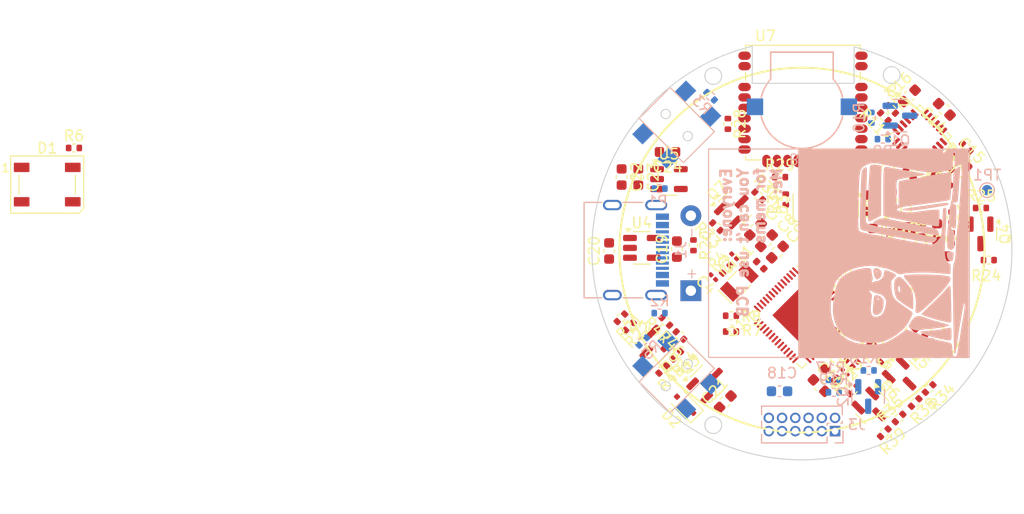
<source format=kicad_pcb>
(kicad_pcb (version 20240108) (generator "pcbnew") (generator_version "8.0")
  (layers (0 "F.Cu" signal) (31 "B.Cu" signal) (34 "B.Paste" user) (35 "F.Paste" user) (36 "B.SilkS" user "B.Silkscreen") (37 "F.SilkS" user "F.Silkscreen") (38 "B.Mask" user) (39 "F.Mask" user) (44 "Edge.Cuts" user))
  (net 0 "")
  (net 1 "GND")
  (net 2 "/Display/TFT_SDI")
  (net 3 "/Display/TFT_SCK")
  (net 4 "/Display/TFT_CS")
  (net 5 "/Display/TFT_LEDK")
  (net 6 "/Display/TFT_D{slash}C")
  (net 7 "/Display/TFT_RST")
  (net 8 "/ESP32/XTAL_P")
  (net 9 "Net-(Q1-G)")
  (net 10 "/Battery&BMS/VBAT")
  (net 11 "VBUS")
  (net 12 "+1V8")
  (net 13 "/RYS8830/RXD")
  (net 14 "/RYS8830/TXD")
  (net 15 "Net-(Q5-D)")
  (net 16 "Net-(Q9-D)")
  (net 17 "/ESP32/D-")
  (net 18 "+3V3")
  (net 19 "/ESP32/D+")
  (net 20 "+3.3V")
  (net 21 "Net-(Q9-G)")
  (net 22 "/ESP32/XTAL_N")
  (net 23 "/ESP32/XTAL_32K_P")
  (net 24 "/ESP32/XTAL_32K_N")
  (net 25 "3V3")
  (net 26 "VDD3P3_RTC")
  (net 27 "Net-(C12-Pad2)")
  (net 28 "Net-(U1-LNA_IN)")
  (net 29 "+VBAT")
  (net 30 "Net-(U7-LDO1_OUT)")
  (net 31 "Net-(U7-LDO2_OUT)")
  (net 32 "Net-(U6-VFB)")
  (net 33 "Net-(U7-LDO_IN)")
  (net 34 "Net-(D1-DIN)")
  (net 36 "Net-(Q2-G)")
  (net 37 "Net-(Q4-S)")
  (net 38 "/Battery&BMS/BAT_SENSE_EN")
  (net 39 "Net-(Q6-D)")
  (net 40 "Net-(Q7-S)")
  (net 41 "Net-(J1-CC1)")
  (net 42 "Net-(J1-CC2)")
  (net 43 "/ESP32/IO0")
  (net 44 "/ESP32/IO1")
  (net 45 "/ESP32/USB_D+")
  (net 46 "/ESP32/USB_D-")
  (net 47 "D3")
  (net 48 "Net-(U3-AUX_DA)")
  (net 49 "Net-(U3-AUX_CL)")
  (net 50 "/Display/TFT_LED_PIN")
  (net 51 "/Battery&BMS/CHG_ST")
  (net 52 "Net-(U7-P06{slash}BOOT_REC)")
  (net 53 "Net-(U7-RTC_CLK_IN)")
  (net 54 "/ESP32/U1TXD")
  (net 55 "/ESP32/U1RXD")
  (net 57 "/ESP32/GPS_EN")
  (net 58 "/ESP32/GPS_RST")
  (net 62 "/ESP32/GPS_PSS")
  (net 64 "/ESP32/BUZZER_EN")
  (net 65 "Net-(BZ2--)")
  (net 66 "/ESP32/LED1")
  (net 67 "Net-(U3-AD0)")
  (net 70 "/Display/TFT_LEDA")
  (net 72 "/ESP32/BAT_VSENSE")
  (net 73 "Net-(U3-REGOUT)")
  (net 78 "Net-(U3-FSYNC)")
  (net 81 "Net-(U3-CLKIN)")
  (net 83 "/ACCELEROMETER/MPU_SDA")
  (net 85 "Net-(U3-CPOUT)")
  (net 90 "/ACCELEROMETER/MPU_INT")
  (net 92 "Net-(U4-PROG)")
  (net 94 "Net-(U4-STAT)")
  (net 95 "/RYS8830/GNSS_+1.8V")
  (net 96 "/ACCELEROMETER/MPU_SCL")
  (net 102 "/RYS8830/PPS")
  (net 106 "Net-(U1-CHIP_PU)")
  (net 109 "Net-(U6-SW)")
  (net 119 "Net-(AE1-FEED)")
  (footprint "Package_DFN_QFN:QFN-56-1EP_7x7mm_P0.4mm_EP4x4mm" (layer "F.Cu") (at 149.990452 111.25 -135)
    (property "Reference" "U1" (at 5.24 3.59 45) (layer "F.SilkS"))
    (property "Value" "ESP32-S3")
    (pad "1" smd roundrect (at -3.45 -2.6 225) (size 0.8 0.2) (layers "F.Cu" "F.Paste" "F.Mask") (net 28 "Net-(U1-LNA_IN)"))
    (pad "2" smd roundrect (at -3.449999 -2.2 225) (size 0.8 0.2) (layers "F.Cu" "F.Paste" "F.Mask") (net 26 "VDD3P3_RTC"))
    (pad "3" smd roundrect (at -3.45 -1.8 225) (size 0.8 0.2) (layers "F.Cu" "F.Paste" "F.Mask") (net 26 "VDD3P3_RTC"))
    (pad "4" smd roundrect (at -3.45 -1.4 225) (size 0.8 0.2) (layers "F.Cu" "F.Paste" "F.Mask") (net 106 "Net-(U1-CHIP_PU)"))
    (pad "5" smd roundrect (at -3.45 -1 225) (size 0.8 0.2) (layers "F.Cu" "F.Paste" "F.Mask") (net 43 "/ESP32/IO0"))
    (pad "6" smd roundrect (at -3.449999 -0.6 225) (size 0.8 0.2) (layers "F.Cu" "F.Paste" "F.Mask") (net 44 "/ESP32/IO1"))
    (pad "7" smd roundrect (at -3.45 -0.2 225) (size 0.8 0.2) (layers "F.Cu" "F.Paste" "F.Mask") (net 51 "/Battery&BMS/CHG_ST"))
    (pad "8" smd roundrect (at -3.45 0.2 225) (size 0.8 0.2) (layers "F.Cu" "F.Paste" "F.Mask") (net 83 "/ACCELEROMETER/MPU_SDA"))
    (pad "9" smd roundrect (at -3.449999 0.6 225) (size 0.8 0.2) (layers "F.Cu" "F.Paste" "F.Mask") (net 96 "/ACCELEROMETER/MPU_SCL"))
    (pad "10" smd roundrect (at -3.45 1 225) (size 0.8 0.2) (layers "F.Cu" "F.Paste" "F.Mask") (net 57 "/ESP32/GPS_EN"))
    (pad "11" smd roundrect (at -3.45 1.4 225) (size 0.8 0.2) (layers "F.Cu" "F.Paste" "F.Mask") (net 58 "/ESP32/GPS_RST"))
    (pad "12" smd roundrect (at -3.45 1.8 225) (size 0.8 0.2) (layers "F.Cu" "F.Paste" "F.Mask") (net 62 "/ESP32/GPS_PSS"))
    (pad "13" smd roundrect (at -3.449999 2.2 225) (size 0.8 0.2) (layers "F.Cu" "F.Paste" "F.Mask") (net 7 "/Display/TFT_RST"))
    (pad "14" smd roundrect (at -3.45 2.6 225) (size 0.8 0.2) (layers "F.Cu" "F.Paste" "F.Mask") (net 6 "/Display/TFT_D{slash}C"))
    (pad "15" smd roundrect (at -2.6 3.45 225) (size 0.2 0.8) (layers "F.Cu" "F.Paste" "F.Mask") (net 4 "/Display/TFT_CS"))
    (pad "16" smd roundrect (at -2.2 3.449999 225) (size 0.2 0.8) (layers "F.Cu" "F.Paste" "F.Mask") (net 2 "/Display/TFT_SDI"))
    (pad "17" smd roundrect (at -1.8 3.45 225) (size 0.2 0.8) (layers "F.Cu" "F.Paste" "F.Mask") (net 3 "/Display/TFT_SCK"))
    (pad "18" smd roundrect (at -1.4 3.45 225) (size 0.2 0.8) (layers "F.Cu" "F.Paste" "F.Mask") (net 90 "/ACCELEROMETER/MPU_INT"))
    (pad "19" smd roundrect (at -1 3.45 225) (size 0.2 0.8) (layers "F.Cu" "F.Paste" "F.Mask") (net 72 "/ESP32/BAT_VSENSE"))
    (pad "20" smd roundrect (at -0.6 3.449999 225) (size 0.2 0.8) (layers "F.Cu" "F.Paste" "F.Mask") (net 26 "VDD3P3_RTC"))
    (pad "21" smd roundrect (at -0.2 3.45 225) (size 0.2 0.8) (layers "F.Cu" "F.Paste" "F.Mask") (net 23 "/ESP32/XTAL_32K_P"))
    (pad "22" smd roundrect (at 0.2 3.45 225) (size 0.2 0.8) (layers "F.Cu" "F.Paste" "F.Mask") (net 24 "/ESP32/XTAL_32K_N"))
    (pad "23" smd roundrect (at 0.6 3.449999 225) (size 0.2 0.8) (layers "F.Cu" "F.Paste" "F.Mask") (net 54 "/ESP32/U1TXD"))
    (pad "24" smd roundrect (at 1 3.45 225) (size 0.2 0.8) (layers "F.Cu" "F.Paste" "F.Mask") (net 55 "/ESP32/U1RXD"))
    (pad "25" smd roundrect (at 1.4 3.45 225) (size 0.2 0.8) (layers "F.Cu" "F.Paste" "F.Mask") (net 46 "/ESP32/USB_D-"))
    (pad "26" smd roundrect (at 1.8 3.45 225) (size 0.2 0.8) (layers "F.Cu" "F.Paste" "F.Mask") (net 45 "/ESP32/USB_D+"))
    (pad "27" smd roundrect (at 2.2 3.449999 225) (size 0.2 0.8) (layers "F.Cu" "F.Paste" "F.Mask") (net 50 "/Display/TFT_LED_PIN"))
    (pad "28" smd roundrect (at 2.6 3.45 225) (size 0.2 0.8) (layers "F.Cu" "F.Paste" "F.Mask"))
    (pad "29" smd roundrect (at 3.45 2.6 225) (size 0.8 0.2) (layers "F.Cu" "F.Paste" "F.Mask"))
    (pad "30" smd roundrect (at 3.449999 2.2 225) (size 0.8 0.2) (layers "F.Cu" "F.Paste" "F.Mask"))
    (pad "31" smd roundrect (at 3.45 1.8 225) (size 0.8 0.2) (layers "F.Cu" "F.Paste" "F.Mask"))
    (pad "32" smd roundrect (at 3.45 1.4 225) (size 0.8 0.2) (layers "F.Cu" "F.Paste" "F.Mask"))
    (pad "33" smd roundrect (at 3.45 1 225) (size 0.8 0.2) (layers "F.Cu" "F.Paste" "F.Mask"))
    (pad "34" smd roundrect (at 3.449999 0.6 225) (size 0.8 0.2) (layers "F.Cu" "F.Paste" "F.Mask"))
    (pad "35" smd roundrect (at 3.45 0.2 225) (size 0.8 0.2) (layers "F.Cu" "F.Paste" "F.Mask"))
    (pad "36" smd roundrect (at 3.45 -0.2 225) (size 0.8 0.2) (layers "F.Cu" "F.Paste" "F.Mask"))
    (pad "37" smd roundrect (at 3.449999 -0.6 225) (size 0.8 0.2) (layers "F.Cu" "F.Paste" "F.Mask"))
    (pad "38" smd roundrect (at 3.45 -1 225) (size 0.8 0.2) (layers "F.Cu" "F.Paste" "F.Mask") (net 66 "/ESP32/LED1"))
    (pad "39" smd roundrect (at 3.45 -1.4 225) (size 0.8 0.2) (layers "F.Cu" "F.Paste" "F.Mask") (net 51 "/Battery&BMS/CHG_ST"))
    (pad "40" smd roundrect (at 3.45 -1.8 225) (size 0.8 0.2) (layers "F.Cu" "F.Paste" "F.Mask") (net 64 "/ESP32/BUZZER_EN"))
    (pad "41" smd roundrect (at 3.449999 -2.2 225) (size 0.8 0.2) (layers "F.Cu" "F.Paste" "F.Mask") (net 38 "/Battery&BMS/BAT_SENSE_EN"))
    (pad "42" smd roundrect (at 3.45 -2.6 225) (size 0.8 0.2) (layers "F.Cu" "F.Paste" "F.Mask"))
    (pad "43" smd roundrect (at 2.6 -3.45 225) (size 0.2 0.8) (layers "F.Cu" "F.Paste" "F.Mask"))
    (pad "44" smd roundrect (at 2.2 -3.449999 225) (size 0.2 0.8) (layers "F.Cu" "F.Paste" "F.Mask"))
    (pad "45" smd roundrect (at 1.8 -3.45 225) (size 0.2 0.8) (layers "F.Cu" "F.Paste" "F.Mask"))
    (pad "46" smd roundrect (at 1.4 -3.45 225) (size 0.2 0.8) (layers "F.Cu" "F.Paste" "F.Mask") (net 25 "3V3"))
    (pad "47" smd roundrect (at 1 -3.45 225) (size 0.2 0.8) (layers "F.Cu" "F.Paste" "F.Mask"))
    (pad "48" smd roundrect (at 0.6 -3.449999 225) (size 0.2 0.8) (layers "F.Cu" "F.Paste" "F.Mask"))
    (pad "49" smd roundrect (at 0.2 -3.45 225) (size 0.2 0.8) (layers "F.Cu" "F.Paste" "F.Mask"))
    (pad "50" smd roundrect (at -0.2 -3.45 225) (size 0.2 0.8) (layers "F.Cu" "F.Paste" "F.Mask"))
    (pad "51" smd roundrect (at -0.6 -3.449999 225) (size 0.2 0.8) (layers "F.Cu" "F.Paste" "F.Mask"))
    (pad "52" smd roundrect (at -1 -3.45 225) (size 0.2 0.8) (layers "F.Cu" "F.Paste" "F.Mask"))
    (pad "53" smd roundrect (at -1.4 -3.45 225) (size 0.2 0.8) (layers "F.Cu" "F.Paste" "F.Mask") (net 22 "/ESP32/XTAL_N"))
    (pad "54" smd roundrect (at -1.8 -3.45 225) (size 0.2 0.8) (layers "F.Cu" "F.Paste" "F.Mask") (net 8 "/ESP32/XTAL_P"))
    (pad "55" smd roundrect (at -2.2 -3.449999 225) (size 0.2 0.8) (layers "F.Cu" "F.Paste" "F.Mask") (net 25 "3V3"))
    (pad "56" smd roundrect (at -2.6 -3.45 225) (size 0.2 0.8) (layers "F.Cu" "F.Paste" "F.Mask") (net 25 "3V3"))
    (pad "57" smd rect (at 0 0 225) (size 4 4) (property pad_prop_heatsink) (layers "F.Cu" "F.Mask") (net 1 "GND"))
  )
  (footprint "Capacitor_SMD:C_0603_1608Metric" (layer "F.Cu") (at 163.65 91.5 135)
    (property "Reference" "C14" (at 0 -1.43 135) (layer "F.SilkS"))
    (property "Value" "10nF")
    (pad "1" smd roundrect (at -0.775 0 135) (size 0.9 0.95) (layers "F.Cu" "F.Paste" "F.Mask") (net 20 "+3.3V"))
    (pad "2" smd roundrect (at 0.775 0 135) (size 0.9 0.95) (layers "F.Cu" "F.Paste" "F.Mask") (net 1 "GND"))
  )
  (footprint "Sensor_Motion:InvenSense_QFN-24_4x4mm_P0.5mm" (layer "F.Cu") (at 161.3 94.1 45)
    (property "Reference" "U3" (at 0.15 3.449999 45) (layer "F.SilkS"))
    (property "Value" "MPU-6050")
    (pad "1" smd roundrect (at -1.95 -1.25 45) (size 0.85 0.3) (layers "F.Cu" "F.Paste" "F.Mask") (net 81 "Net-(U3-CLKIN)"))
    (pad "2" smd roundrect (at -1.95 -0.75 45) (size 0.85 0.3) (layers "F.Cu" "F.Paste" "F.Mask"))
    (pad "3" smd roundrect (at -1.95 -0.25 45) (size 0.85 0.3) (layers "F.Cu" "F.Paste" "F.Mask"))
    (pad "4" smd roundrect (at -1.95 0.25 45) (size 0.85 0.3) (layers "F.Cu" "F.Paste" "F.Mask"))
    (pad "5" smd roundrect (at -1.95 0.75 45) (size 0.85 0.3) (layers "F.Cu" "F.Paste" "F.Mask"))
    (pad "6" smd roundrect (at -1.95 1.25 45) (size 0.85 0.3) (layers "F.Cu" "F.Paste" "F.Mask") (net 48 "Net-(U3-AUX_DA)"))
    (pad "7" smd roundrect (at -1.25 1.95 135) (size 0.85 0.3) (layers "F.Cu" "F.Paste" "F.Mask") (net 49 "Net-(U3-AUX_CL)"))
    (pad "8" smd roundrect (at -0.75 1.95 135) (size 0.85 0.3) (layers "F.Cu" "F.Paste" "F.Mask") (net 20 "+3.3V"))
    (pad "9" smd roundrect (at -0.25 1.95 135) (size 0.85 0.3) (layers "F.Cu" "F.Paste" "F.Mask") (net 67 "Net-(U3-AD0)"))
    (pad "10" smd roundrect (at 0.25 1.95 135) (size 0.85 0.3) (layers "F.Cu" "F.Paste" "F.Mask") (net 73 "Net-(U3-REGOUT)"))
    (pad "11" smd roundrect (at 0.75 1.95 135) (size 0.85 0.3) (layers "F.Cu" "F.Paste" "F.Mask") (net 78 "Net-(U3-FSYNC)"))
    (pad "12" smd roundrect (at 1.25 1.95 135) (size 0.85 0.3) (layers "F.Cu" "F.Paste" "F.Mask") (net 90 "/ACCELEROMETER/MPU_INT"))
    (pad "13" smd roundrect (at 1.95 1.25 45) (size 0.85 0.3) (layers "F.Cu" "F.Paste" "F.Mask") (net 20 "+3.3V"))
    (pad "14" smd roundrect (at 1.95 0.75 45) (size 0.85 0.3) (layers "F.Cu" "F.Paste" "F.Mask"))
    (pad "15" smd roundrect (at 1.95 0.25 45) (size 0.85 0.3) (layers "F.Cu" "F.Paste" "F.Mask"))
    (pad "16" smd roundrect (at 1.95 -0.25 45) (size 0.85 0.3) (layers "F.Cu" "F.Paste" "F.Mask"))
    (pad "17" smd roundrect (at 1.95 -0.75 45) (size 0.85 0.3) (layers "F.Cu" "F.Paste" "F.Mask"))
    (pad "18" smd roundrect (at 1.95 -1.25 45) (size 0.85 0.3) (layers "F.Cu" "F.Paste" "F.Mask") (net 1 "GND"))
    (pad "19" smd roundrect (at 1.25 -1.95 135) (size 0.85 0.3) (layers "F.Cu" "F.Paste" "F.Mask"))
    (pad "20" smd roundrect (at 0.75 -1.95 135) (size 0.85 0.3) (layers "F.Cu" "F.Paste" "F.Mask") (net 85 "Net-(U3-CPOUT)"))
    (pad "21" smd roundrect (at 0.25 -1.95 135) (size 0.85 0.3) (layers "F.Cu" "F.Paste" "F.Mask"))
    (pad "22" smd roundrect (at -0.25 -1.95 135) (size 0.85 0.3) (layers "F.Cu" "F.Paste" "F.Mask"))
    (pad "23" smd roundrect (at -0.75 -1.95 135) (size 0.85 0.3) (layers "F.Cu" "F.Paste" "F.Mask") (net 96 "/ACCELEROMETER/MPU_SCL"))
    (pad "24" smd roundrect (at -1.25 -1.95 135) (size 0.85 0.3) (layers "F.Cu" "F.Paste" "F.Mask") (net 83 "/ACCELEROMETER/MPU_SDA"))
  )
  (footprint "Resistor_SMD:R_0402_1005Metric" (layer "F.Cu") (at 160.3 97.7 -45)
    (property "Reference" "R15" (at 0 -1.17 135) (layer "F.SilkS"))
    (property "Value" "4.7K")
    (pad "1" smd roundrect (at -0.509999 0 315) (size 0.54 0.64) (layers "F.Cu" "F.Paste" "F.Mask") (net 48 "Net-(U3-AUX_DA)"))
    (pad "2" smd roundrect (at 0.509999 0 315) (size 0.54 0.64) (layers "F.Cu" "F.Paste" "F.Mask") (net 20 "+3.3V"))
  )
  (footprint "Resistor_SMD:R_0402_1005Metric" (layer "F.Cu") (at 163.95 96.95 135)
    (property "Reference" "R42" (at 0 -1.17 135) (layer "F.SilkS"))
    (property "Value" "0")
    (pad "1" smd roundrect (at -0.509999 0 135) (size 0.54 0.64) (layers "F.Cu" "F.Paste" "F.Mask") (net 1 "GND"))
    (pad "2" smd roundrect (at 0.509999 0 135) (size 0.54 0.64) (layers "F.Cu" "F.Paste" "F.Mask") (net 67 "Net-(U3-AD0)"))
  )
  (footprint "Capacitor_SMD:C_0603_1608Metric" (layer "F.Cu") (at 159.25 110.75 -45)
    (property "Reference" "C12" (at -0.2 -2.3 45) (layer "F.SilkS"))
    (property "Value" "C_Small")
    (pad "1" smd roundrect (at -0.775 0 315) (size 0.9 0.95) (layers "F.Cu" "F.Paste" "F.Mask") (net 28 "Net-(U1-LNA_IN)"))
    (pad "2" smd roundrect (at 0.775 0 315) (size 0.9 0.95) (layers "F.Cu" "F.Paste" "F.Mask") (net 27 "Net-(C12-Pad2)"))
  )
  (footprint "Resistor_SMD:R_0402_1005Metric" (layer "F.Cu") (at 143.2 111.3)
    (property "Reference" "R8" (at 1.944544 0.106066 360) (layer "F.SilkS"))
    (property "Value" "10")
    (pad "1" smd roundrect (at -0.51 0) (size 0.54 0.64) (layers "F.Cu" "F.Paste" "F.Mask") (net 19 "/ESP32/D+"))
    (pad "2" smd roundrect (at 0.51 0) (size 0.54 0.64) (layers "F.Cu" "F.Paste" "F.Mask") (net 45 "/ESP32/USB_D+"))
  )
  (footprint "Diode_SMD:D_SOD-323F" (layer "F.Cu") (at 150 100.65 90)
    (property "Reference" "D3" (at 0 -1.850001 90) (layer "F.SilkS"))
    (property "Value" "ZLLS410TA")
    (pad "1" smd roundrect (at -1.1 0 90) (size 0.5 0.5) (layers "F.Cu" "F.Paste" "F.Mask") (net 102 "/RYS8830/PPS"))
    (pad "2" smd roundrect (at 1.1 0 90) (size 0.5 0.5) (layers "F.Cu" "F.Paste" "F.Mask") (net 62 "/ESP32/GPS_PSS"))
  )
  (footprint "Capacitor_SMD:C_0201_0603Metric" (layer "F.Cu") (at 141.5 107.6 135)
    (property "Reference" "C4" (at 0 -1.05 135) (layer "F.SilkS"))
    (property "Value" "C_Small")
    (pad "1" smd roundrect (at -0.32 0 135) (size 0.46 0.4) (layers "F.Cu" "F.Mask") (net 24 "/ESP32/XTAL_32K_N"))
    (pad "2" smd roundrect (at 0.32 0 135) (size 0.46 0.4) (layers "F.Cu" "F.Mask") (net 1 "GND"))
  )
  (footprint "Capacitor_SMD:C_0603_1608Metric" (layer "F.Cu") (at 137.1125 95.587501 180)
    (property "Reference" "C24" (at 0.000001 -1.43 360) (layer "F.SilkS"))
    (property "Value" "0.1uF")
    (pad "1" smd roundrect (at -0.775 0 180) (size 0.9 0.95) (layers "F.Cu" "F.Paste" "F.Mask") (net 20 "+3.3V"))
    (pad "2" smd roundrect (at 0.775 0 180) (size 0.9 0.95) (layers "F.Cu" "F.Paste" "F.Mask") (net 1 "GND"))
  )
  (footprint "Capacitor_SMD:C_0603_1608Metric" (layer "F.Cu") (at 146.6 104.1 45)
    (property "Reference" "C8" (at 2.55 0.2 45) (layer "F.SilkS"))
    (property "Value" "1uF")
    (pad "1" smd roundrect (at -0.775 0 45) (size 0.9 0.95) (layers "F.Cu" "F.Paste" "F.Mask") (net 25 "3V3"))
    (pad "2" smd roundrect (at 0.775 0 45) (size 0.9 0.95) (layers "F.Cu" "F.Paste" "F.Mask") (net 1 "GND"))
  )
  (footprint "Resistor_SMD:R_0402_1005Metric" (layer "F.Cu") (at 158.6 91.5 135)
    (property "Reference" "R12" (at 0.5 1.200001 135) (layer "F.SilkS"))
    (property "Value" "4.7K")
    (pad "1" smd roundrect (at -0.509999 0 135) (size 0.54 0.64) (layers "F.Cu" "F.Paste" "F.Mask") (net 96 "/ACCELEROMETER/MPU_SCL"))
    (pad "2" smd roundrect (at 0.509999 0 135) (size 0.54 0.64) (layers "F.Cu" "F.Paste" "F.Mask") (net 20 "+3.3V"))
  )
  (footprint "Package_TO_SOT_SMD:SOT-23" (layer "F.Cu") (at 156.73821 120.099227 -45)
    (property "Reference" "Q6" (at 0 -2.4 135) (layer "F.SilkS"))
    (property "Value" "BSS138")
    (pad "1" smd roundrect (at -0.9375 -0.95 315) (size 1.475 0.6) (layers "F.Cu" "F.Paste" "F.Mask") (net 12 "+1V8"))
    (pad "2" smd roundrect (at -0.9375 0.95 315) (size 1.475 0.6) (layers "F.Cu" "F.Paste" "F.Mask") (net 14 "/RYS8830/TXD"))
    (pad "3" smd roundrect (at 0.937501 0 315) (size 1.475 0.6) (layers "F.Cu" "F.Paste" "F.Mask") (net 39 "Net-(Q6-D)"))
  )
  (footprint "Resistor_SMD:R_0402_1005Metric" (layer "F.Cu") (at 151.6 98.4 90)
    (property "Reference" "R30" (at 0 -1.17 90) (layer "F.SilkS"))
    (property "Value" "0")
    (pad "1" smd roundrect (at -0.51 0 90) (size 0.54 0.64) (layers "F.Cu" "F.Paste" "F.Mask") (net 1 "GND"))
    (pad "2" smd roundrect (at 0.51 0 90) (size 0.54 0.64) (layers "F.Cu" "F.Paste" "F.Mask") (net 53 "Net-(U7-RTC_CLK_IN)"))
  )
  (footprint "Package_TO_SOT_SMD:SOT-23" (layer "F.Cu") (at 143.561871 101.011871 45)
    (property "Reference" "Q7" (at 0 -2.4 45) (layer "F.SilkS"))
    (property "Value" "BSS138")
    (pad "1" smd roundrect (at -0.9375 -0.95 45) (size 1.475 0.6) (layers "F.Cu" "F.Paste" "F.Mask") (net 12 "+1V8"))
    (pad "2" smd roundrect (at -0.9375 0.95 45) (size 1.475 0.6) (layers "F.Cu" "F.Paste" "F.Mask") (net 40 "Net-(Q7-S)"))
    (pad "3" smd roundrect (at 0.937501 0 45) (size 1.475 0.6) (layers "F.Cu" "F.Paste" "F.Mask") (net 58 "/ESP32/GPS_RST"))
  )
  (footprint "Package_TO_SOT_SMD:SOT-23-5" (layer "F.Cu") (at 137.25 98.187502)
    (property "Reference" "U5" (at 0 -2.4 360) (layer "F.SilkS"))
    (property "Value" "ME6217C33M5G")
    (pad "1" smd roundrect (at -1.1375 -0.95) (size 1.325 0.6) (layers "F.Cu" "F.Paste" "F.Mask") (net 29 "+VBAT"))
    (pad "2" smd roundrect (at -1.1375 0) (size 1.325 0.6) (layers "F.Cu" "F.Paste" "F.Mask") (net 1 "GND"))
    (pad "3" smd roundrect (at -1.1375 0.95) (size 1.325 0.6) (layers "F.Cu" "F.Paste" "F.Mask"))
    (pad "4" smd roundrect (at 1.1375 0.95) (size 1.325 0.6) (layers "F.Cu" "F.Paste" "F.Mask") (net 29 "+VBAT"))
    (pad "5" smd roundrect (at 1.1375 -0.95) (size 1.325 0.6) (layers "F.Cu" "F.Paste" "F.Mask") (net 20 "+3.3V"))
  )
  (footprint "Resistor_SMD:R_0402_1005Metric" (layer "F.Cu") (at 141.801247 102.751247 135)
    (property "Reference" "R33" (at 0 -1.17 135) (layer "F.SilkS"))
    (property "Value" "10K")
    (pad "1" smd roundrect (at -0.509999 0 135) (size 0.54 0.64) (layers "F.Cu" "F.Paste" "F.Mask") (net 40 "Net-(Q7-S)"))
    (pad "2" smd roundrect (at 0.509999 0 135) (size 0.54 0.64) (layers "F.Cu" "F.Paste" "F.Mask") (net 12 "+1V8"))
  )
  (footprint "Resistor_SMD:R_0402_1005Metric" (layer "F.Cu") (at 151.6 100.3 90)
    (property "Reference" "R41" (at 0 -1.17 90) (layer "F.SilkS"))
    (property "Value" "0")
    (pad "1" smd roundrect (at -0.51 0 90) (size 0.54 0.64) (layers "F.Cu" "F.Paste" "F.Mask") (net 95 "/RYS8830/GNSS_+1.8V"))
    (pad "2" smd roundrect (at 0.51 0 90) (size 0.54 0.64) (layers "F.Cu" "F.Paste" "F.Mask") (net 12 "+1V8"))
  )
  (footprint "Capacitor_SMD:C_0603_1608Metric" (layer "F.Cu") (at 160.333363 112.914734 45)
    (property "Reference" "C13" (at -2.934493 0.247487 45) (layer "F.SilkS"))
    (property "Value" "C_Small")
    (pad "1" smd roundrect (at -0.775 0 45) (size 0.9 0.95) (layers "F.Cu" "F.Paste" "F.Mask") (net 1 "GND"))
    (pad "2" smd roundrect (at 0.775 0 45) (size 0.9 0.95) (layers "F.Cu" "F.Paste" "F.Mask") (net 27 "Net-(C12-Pad2)"))
  )
  (footprint "Inductor_SMD:L_0402_1005Metric" (layer "F.Cu") (at 146 106.45 135)
    (property "Reference" "L1" (at 1.838478 -0.282843 45) (layer "F.SilkS"))
    (property "Value" "L_Small")
    (pad "1" smd roundrect (at -0.485 0 135) (size 0.59 0.64) (layers "F.Cu" "F.Paste" "F.Mask") (net 26 "VDD3P3_RTC"))
    (pad "2" smd roundrect (at 0.485 0 135) (size 0.59 0.64) (layers "F.Cu" "F.Paste" "F.Mask") (net 25 "3V3"))
  )
  (footprint "Crystal:Crystal_SMD_1210-4Pin_1.2x1.0mm" (layer "F.Cu") (at 154.8 115.65 45)
    (property "Reference" "Y1" (at -0.125 -1.65 45) (layer "F.SilkS"))
    (property "Value" "40MHz")
    (pad "1" smd roundrect (at -0.335 -0.41 315) (size 0.52 0.47) (layers "F.Cu" "F.Paste" "F.Mask") (net 22 "/ESP32/XTAL_N"))
    (pad "2" smd roundrect (at -0.335 0.41 315) (size 0.52 0.47) (layers "F.Cu" "F.Paste" "F.Mask") (net 1 "GND"))
    (pad "3" smd roundrect (at 0.335 0.41 315) (size 0.52 0.47) (layers "F.Cu" "F.Paste" "F.Mask") (net 1 "GND"))
    (pad "4" smd roundrect (at 0.335 -0.41 315) (size 0.52 0.47) (layers "F.Cu" "F.Paste" "F.Mask") (net 8 "/ESP32/XTAL_P"))
  )
  (footprint "Resistor_SMD:R_0402_1005Metric" (layer "F.Cu") (at 158.6 96 135)
    (property "Reference" "R14" (at 0 -1.17 135) (layer "F.SilkS"))
    (property "Value" "0")
    (pad "1" smd roundrect (at -0.509999 0 135) (size 0.54 0.64) (layers "F.Cu" "F.Paste" "F.Mask") (net 1 "GND"))
    (pad "2" smd roundrect (at 0.509999 0 135) (size 0.54 0.64) (layers "F.Cu" "F.Paste" "F.Mask") (net 81 "Net-(U3-CLKIN)"))
  )
  (footprint "Capacitor_SMD:C_0603_1608Metric" (layer "F.Cu") (at 153.6 98.2)
    (property "Reference" "C31" (at 0 -1.43 360) (layer "F.SilkS"))
    (property "Value" "4.7uF")
    (pad "1" smd roundrect (at -0.775 0) (size 0.9 0.95) (layers "F.Cu" "F.Paste" "F.Mask") (net 12 "+1V8"))
    (pad "2" smd roundrect (at 0.775 0) (size 0.9 0.95) (layers "F.Cu" "F.Paste" "F.Mask") (net 1 "GND"))
  )
  (footprint "Capacitor_SMD:C_0603_1608Metric" (layer "F.Cu") (at 151.65 118 -45)
    (property "Reference" "C10" (at 0 -1.43 135) (layer "F.SilkS"))
    (property "Value" "0.1uF")
    (pad "1" smd roundrect (at -0.775 0 315) (size 0.9 0.95) (layers "F.Cu" "F.Paste" "F.Mask") (net 25 "3V3"))
    (pad "2" smd roundrect (at 0.775 0 315) (size 0.9 0.95) (layers "F.Cu" "F.Paste" "F.Mask") (net 1 "GND"))
  )
  (footprint "Capacitor_SMD:C_0201_0603Metric" (layer "F.Cu") (at 143.5 105.6 135)
    (property "Reference" "C3" (at 0 -1.05 135) (layer "F.SilkS"))
    (property "Value" "C_Small")
    (pad "1" smd roundrect (at -0.32 0 135) (size 0.46 0.4) (layers "F.Cu" "F.Mask") (net 23 "/ESP32/XTAL_32K_P"))
    (pad "2" smd roundrect (at 0.32 0 135) (size 0.46 0.4) (layers "F.Cu" "F.Mask") (net 1 "GND"))
  )
  (footprint "Capacitor_SMD:C_0603_1608Metric" (layer "F.Cu") (at 158.6 100.2 -90)
    (property "Reference" "C26" (at 0 -1.43 90) (layer "F.SilkS"))
    (property "Value" "4.7uF")
    (pad "1" smd roundrect (at -0.775 0 270) (size 0.9 0.95) (layers "F.Cu" "F.Paste" "F.Mask") (net 30 "Net-(U7-LDO1_OUT)"))
    (pad "2" smd roundrect (at 0.775 0 270) (size 0.9 0.95) (layers "F.Cu" "F.Paste" "F.Mask") (net 95 "/RYS8830/GNSS_+1.8V"))
  )
  (footprint "Resistor_SMD:R_0402_1005Metric" (layer "F.Cu") (at 143.2 112.822792)
    (property "Reference" "R7" (at 2.015254 -0.106066 360) (layer "F.SilkS"))
    (property "Value" "10")
    (pad "1" smd roundrect (at -0.51 0) (size 0.54 0.64) (layers "F.Cu" "F.Paste" "F.Mask") (net 17 "/ESP32/D-"))
    (pad "2" smd roundrect (at 0.51 0) (size 0.54 0.64) (layers "F.Cu" "F.Paste" "F.Mask") (net 46 "/ESP32/USB_D-"))
  )
  (footprint "Inductor_SMD:L_0402_1005Metric" (layer "F.Cu") (at 162.15 113.5 -45)
    (property "Reference" "L2" (at 0.070711 -1.202082 135) (layer "F.SilkS"))
    (property "Value" "L")
    (pad "1" smd roundrect (at -0.485 0 315) (size 0.59 0.64) (layers "F.Cu" "F.Paste" "F.Mask") (net 27 "Net-(C12-Pad2)"))
    (pad "2" smd roundrect (at 0.485 0 315) (size 0.59 0.64) (layers "F.Cu" "F.Paste" "F.Mask") (net 119 "Net-(AE1-FEED)"))
  )
  (footprint "Capacitor_SMD:C_0603_1608Metric" (layer "F.Cu") (at 162.95 103.25 90)
    (property "Reference" "C28" (at 0 -1.43 90) (layer "F.SilkS"))
    (property "Value" "220pF")
    (pad "1" smd roundrect (at -0.775 0 90) (size 0.9 0.95) (layers "F.Cu" "F.Paste" "F.Mask") (net 33 "Net-(U7-LDO_IN)"))
    (pad "2" smd roundrect (at 0.775 0 90) (size 0.9 0.95) (layers "F.Cu" "F.Paste" "F.Mask") (net 32 "Net-(U6-VFB)"))
  )
  (footprint "Capacitor_SMD:C_0603_1608Metric" (layer "F.Cu") (at 156.1 113.6 -45)
    (property "Reference" "C6" (at 2.7 0.1 135) (layer "F.SilkS"))
    (property "Value" "10nF")
    (pad "1" smd roundrect (at -0.775 0 315) (size 0.9 0.95) (layers "F.Cu" "F.Paste" "F.Mask") (net 25 "3V3"))
    (pad "2" smd roundrect (at 0.775 0 315) (size 0.9 0.95) (layers "F.Cu" "F.Paste" "F.Mask") (net 1 "GND"))
  )
  (footprint "Resistor_SMD:R_0402_1005Metric" (layer "F.Cu") (at 147.9 98)
    (property "Reference" "R29" (at 0 -1.17 360) (layer "F.SilkS"))
    (property "Value" "0")
    (pad "1" smd roundrect (at -0.51 0) (size 0.54 0.64) (layers "F.Cu" "F.Paste" "F.Mask") (net 1 "GND"))
    (pad "2" smd roundrect (at 0.51 0) (size 0.54 0.64) (layers "F.Cu" "F.Paste" "F.Mask") (net 52 "Net-(U7-P06{slash}BOOT_REC)"))
  )
  (footprint "Capacitor_SMD:C_0603_1608Metric" (layer "F.Cu") (at 154 104.05)
    (property "Reference" "C27" (at 0 -1.43 0) (layer "F.SilkS"))
    (property "Value" "4.7uF")
    (pad "1" smd roundrect (at -0.775 0) (size 0.9 0.95) (layers "F.Cu" "F.Paste" "F.Mask") (net 31 "Net-(U7-LDO2_OUT)"))
    (pad "2" smd roundrect (at 0.775 0) (size 0.9 0.95) (layers "F.Cu" "F.Paste" "F.Mask") (net 95 "/RYS8830/GNSS_+1.8V"))
  )
  (footprint "Resistor_SMD:R_0402_1005Metric" (layer "F.Cu") (at 80.21 95.2)
    (property "Reference" "R6" (at 0 -1.17 0) (layer "F.SilkS"))
    (property "Value" "1K")
    (pad "1" smd roundrect (at -0.51 0) (size 0.54 0.64) (layers "F.Cu" "F.Paste" "F.Mask") (net 34 "Net-(D1-DIN)"))
    (pad "2" smd roundrect (at 0.51 0) (size 0.54 0.64) (layers "F.Cu" "F.Paste" "F.Mask") (net 25 "3V3"))
  )
  (footprint "Resistor_SMD:R_0402_1005Metric" (layer "F.Cu") (at 132.65 111.5 -135)
    (property "Reference" "R21" (at 0 -1.17 45) (layer "F.SilkS"))
    (property "Value" "220")
    (pad "1" smd roundrect (at -0.509999 0 225) (size 0.54 0.64) (layers "F.Cu" "F.Paste" "F.Mask") (net 94 "Net-(U4-STAT)"))
    (pad "2" smd roundrect (at 0.509999 0 225) (size 0.54 0.64) (layers "F.Cu" "F.Paste" "F.Mask") (net 51 "/Battery&BMS/CHG_ST"))
  )
  (footprint "Resistor_SMD:R_0402_1005Metric" (layer "F.Cu") (at 157.9 92.2 135)
    (property "Reference" "R11" (at 0.45 -1.15 135) (layer "F.SilkS"))
    (property "Value" "4.7K")
    (pad "1" smd roundrect (at -0.509999 0 135) (size 0.54 0.64) (layers "F.Cu" "F.Paste" "F.Mask") (net 83 "/ACCELEROMETER/MPU_SDA"))
    (pad "2" smd roundrect (at 0.509999 0 135) (size 0.54 0.64) (layers "F.Cu" "F.Paste" "F.Mask") (net 20 "+3.3V"))
  )
  (footprint "Package_TO_SOT_SMD:SOT-23" (layer "F.Cu") (at 159.65 117.15 -45)
    (property "Reference" "Q5" (at 0 -2.4 135) (layer "F.SilkS"))
    (property "Value" "BSS138")
    (pad "1" smd roundrect (at -0.9375 -0.95 315) (size 1.475 0.6) (layers "F.Cu" "F.Paste" "F.Mask") (net 12 "+1V8"))
    (pad "2" smd roundrect (at -0.9375 0.95 315) (size 1.475 0.6) (layers "F.Cu" "F.Paste" "F.Mask") (net 13 "/RYS8830/RXD"))
    (pad "3" smd roundrect (at 0.937501 0 315) (size 1.475 0.6) (layers "F.Cu" "F.Paste" "F.Mask") (net 15 "Net-(Q5-D)"))
  )
  (footprint "Resistor_SMD:R_0402_1005Metric" (layer "F.Cu") (at 154.926249 118.428687 45)
    (property "Reference" "R32" (at 0 -1.17 45) (layer "F.SilkS"))
    (property "Value" "10K")
    (pad "1" smd roundrect (at -0.509999 0 45) (size 0.54 0.64) (layers "F.Cu" "F.Paste" "F.Mask") (net 14 "/RYS8830/TXD"))
    (pad "2" smd roundrect (at 0.509999 0 45) (size 0.54 0.64) (layers "F.Cu" "F.Paste" "F.Mask") (net 12 "+1V8"))
  )
  (footprint "Package_TO_SOT_SMD:SOT-23" (layer "F.Cu") (at 135.75 114.15 -135)
    (property "Reference" "Q9" (at 0 -2.4 45) (layer "F.SilkS"))
    (property "Value" "DMG6968U")
    (pad "1" smd roundrect (at -0.9375 -0.95 225) (size 1.475 0.6) (layers "F.Cu" "F.Paste" "F.Mask") (net 21 "Net-(Q9-G)"))
    (pad "2" smd roundrect (at -0.9375 0.95 225) (size 1.475 0.6) (layers "F.Cu" "F.Paste" "F.Mask") (net 1 "GND"))
    (pad "3" smd roundrect (at 0.937501 0 225) (size 1.475 0.6) (layers "F.Cu" "F.Paste" "F.Mask") (net 16 "Net-(Q9-D)"))
  )
  (footprint "Capacitor_SMD:C_0603_1608Metric" (layer "F.Cu") (at 156.8 103.7 -90)
    (property "Reference" "C25" (at 0 -1.43 90) (layer "F.SilkS"))
    (property "Value" "4.7uF")
    (pad "1" smd roundrect (at -0.775 0 270) (size 0.9 0.95) (layers "F.Cu" "F.Paste" "F.Mask") (net 95 "/RYS8830/GNSS_+1.8V"))
    (pad "2" smd roundrect (at 0.775 0 270) (size 0.9 0.95) (layers "F.Cu" "F.Paste" "F.Mask") (net 1 "GND"))
  )
  (footprint "Package_TO_SOT_SMD:SOT-23-3" (layer "F.Cu") (at 153.849999 101.0375 -90)
    (property "Reference" "U8" (at 0 -2.4 90) (layer "F.SilkS"))
    (property "Value" "S-1206B18-M3T1G")
    (pad "1" smd roundrect (at -1.1375 -0.95 270) (size 1.325 0.6) (layers "F.Cu" "F.Paste" "F.Mask") (net 1 "GND"))
    (pad "2" smd roundrect (at -1.1375 0.95 270) (size 1.325 0.6) (layers "F.Cu" "F.Paste" "F.Mask") (net 12 "+1V8"))
    (pad "3" smd roundrect (at 1.1375 0 270) (size 1.325 0.6) (layers "F.Cu" "F.Paste" "F.Mask") (net 20 "+3.3V"))
  )
  (footprint "Project:RYS8830" (layer "F.Cu") (at 150 92.35)
    (property "Reference" "U7" (at -3.5 -7.9 0) (layer "F.SilkS"))
    (property "Value" "RYS8830")
    (pad "1" smd oval (at -5.5 -3 90) (size 0.8 1.2) (layers "F.Cu" "F.Paste" "F.Mask") (net 1 "GND"))
    (pad "2" smd oval (at -5.5 -2 90) (size 0.8 1.2) (layers "F.Cu" "F.Paste" "F.Mask"))
    (pad "3" smd oval (at -5.5 -1 90) (size 0.8 1.2) (layers "F.Cu" "F.Paste" "F.Mask") (net 31 "Net-(U7-LDO2_OUT)"))
    (pad "4" smd oval (at -5.5 0 90) (size 0.8 1.2) (layers "F.Cu" "F.Paste" "F.Mask") (net 95 "/RYS8830/GNSS_+1.8V"))
    (pad "5" smd oval (at -5.5 1 90) (size 0.8 1.2) (layers "F.Cu" "F.Paste" "F.Mask") (net 33 "Net-(U7-LDO_IN)"))
    (pad "6" smd oval (at -5.5 2 90) (size 0.8 1.2) (layers "F.Cu" "F.Paste" "F.Mask") (net 30 "Net-(U7-LDO1_OUT)"))
    (pad "7" smd oval (at -5.5 3 90) (size 0.8 1.2) (layers "F.Cu" "F.Paste" "F.Mask") (net 1 "GND"))
    (pad "8" smd oval (at -3.4 4.1) (size 0.8 1.2) (layers "F.Cu" "F.Paste" "F.Mask"))
    (pad "9" smd oval (at -2.4 4.1) (size 0.8 1.2) (layers "F.Cu" "F.Paste" "F.Mask"))
    (pad "10" smd oval (at -1.4 4.1) (size 0.8 1.2) (layers "F.Cu" "F.Paste" "F.Mask") (net 52 "Net-(U7-P06{slash}BOOT_REC)"))
    (pad "11" smd oval (at -0.4 4.1) (size 0.8 1.2) (layers "F.Cu" "F.Paste" "F.Mask"))
    (pad "12" smd oval (at 0.6 4.1) (size 0.8 1.2) (layers "F.Cu" "F.Paste" "F.Mask") (net 40 "Net-(Q7-S)"))
    (pad "13" smd oval (at 1.6 4.1) (size 0.8 1.2) (layers "F.Cu" "F.Paste" "F.Mask") (net 53 "Net-(U7-RTC_CLK_IN)"))
    (pad "14" smd oval (at 2.6 4.1) (size 0.8 1.2) (layers "F.Cu" "F.Paste" "F.Mask") (net 12 "+1V8"))
    (pad "15" smd oval (at 3.6 4.1) (size 0.8 1.2) (layers "F.Cu" "F.Paste" "F.Mask"))
    (pad "16" smd oval (at 5.7 3 90) (size 0.8 1.2) (layers "F.Cu" "F.Paste" "F.Mask") (net 1 "GND"))
    (pad "17" smd oval (at 5.7 2 90) (size 0.8 1.2) (layers "F.Cu" "F.Paste" "F.Mask") (net 102 "/RYS8830/PPS"))
    (pad "18" smd oval (at 5.7 1 90) (size 0.8 1.2) (layers "F.Cu" "F.Paste" "F.Mask") (net 14 "/RYS8830/TXD"))
    (pad "19" smd oval (at 5.7 0 90) (size 0.8 1.2) (layers "F.Cu" "F.Paste" "F.Mask") (net 13 "/RYS8830/RXD"))
    (pad "20" smd oval (at 5.7 -1 90) (size 0.8 1.2) (layers "F.Cu" "F.Paste" "F.Mask"))
    (pad "21" smd oval (at 5.7 -2 90) (size 0.8 1.2) (layers "F.Cu" "F.Paste" "F.Mask"))
    (pad "22" smd oval (at 5.7 -3 90) (size 0.8 1.2) (layers "F.Cu" "F.Paste" "F.Mask") (net 1 "GND"))
    (pad "G1" smd oval (at -5.5 -6 90) (size 0.8 1.2) (layers "F.Cu" "F.Paste" "F.Mask") (net 1 "GND"))
    (pad "G2" smd oval (at -5.5 -5 90) (size 0.8 1.2) (layers "F.Cu" "F.Paste" "F.Mask") (net 1 "GND"))
    (pad "G3" smd oval (at 5.7 -5 90) (size 0.8 1.2) (layers "F.Cu" "F.Paste" "F.Mask") (net 1 "GND"))
    (pad "G4" smd oval (at 5.7 -6 90) (size 0.8 1.2) (layers "F.Cu" "F.Paste" "F.Mask") (net 1 "GND"))
  )
  (footprint "Resistor_SMD:R_0402_1005Metric" (layer "F.Cu") (at 160.852083 119.624875 -135)
    (property "Reference" "R38" (at 0 -1.17 45) (layer "F.SilkS"))
    (property "Value" "0")
    (pad "1" smd roundrect (at -0.509999 0 225) (size 0.54 0.64) (layers "F.Cu" "F.Paste" "F.Mask") (net 15 "Net-(Q5-D)"))
    (pad "2" smd roundrect (at 0.509999 0 225) (size 0.54 0.64) (layers "F.Cu" "F.Paste" "F.Mask") (net 54 "/ESP32/U1TXD"))
  )
  (footprint "Resistor_SMD:R_0402_1005Metric" (layer "F.Cu") (at 138.3 113.2 135)
    (property "Reference" "R46" (at 0 -1.17 135) (layer "F.SilkS"))
    (property "Value" "100")
    (pad "1" smd roundrect (at -0.509999 0 135) (size 0.54 0.64) (layers "F.Cu" "F.Paste" "F.Mask") (net 38 "/Battery&BMS/BAT_SENSE_EN"))
    (pad "2" smd roundrect (at 0.509999 0 135) (size 0.54 0.64) (layers "F.Cu" "F.Paste" "F.Mask") (net 21 "Net-(Q9-G)"))
  )
  (footprint "Package_TO_SOT_SMD:SOT-23-5" (layer "F.Cu") (at 134.65 104.7875)
    (property "Reference" "U4" (at 0 -2.4 360) (layer "F.SilkS"))
    (property "Value" "MCP73832-2-OT")
    (pad "1" smd roundrect (at -1.1375 -0.95) (size 1.325 0.6) (layers "F.Cu" "F.Paste" "F.Mask") (net 94 "Net-(U4-STAT)"))
    (pad "2" smd roundrect (at -1.1375 0) (size 1.325 0.6) (layers "F.Cu" "F.Paste" "F.Mask") (net 1 "GND"))
    (pad "3" smd roundrect (at -1.1375 0.95) (size 1.325 0.6) (layers "F.Cu" "F.Paste" "F.Mask") (net 10 "/Battery&BMS/VBAT"))
    (pad "4" smd roundrect (at 1.1375 0.95) (size 1.325 0.6) (layers "F.Cu" "F.Paste" "F.Mask") (net 11 "VBUS"))
    (pad "5" smd roundrect (at 1.1375 -0.95) (size 1.325 0.6) (layers "F.Cu" "F.Paste" "F.Mask") (net 92 "Net-(U4-PROG)"))
  )
  (footprint "Resistor_SMD:R_0402_1005Metric" (layer "F.Cu") (at 142.75 106.85 45)
    (property "Reference" "R4" (at 0 -1.17 45) (layer "F.SilkS"))
    (property "Value" "5M")
    (pad "1" smd roundrect (at -0.509999 0 45) (size 0.54 0.64) (layers "F.Cu" "F.Paste" "F.Mask") (net 23 "/ESP32/XTAL_32K_P"))
    (pad "2" smd roundrect (at 0.509999 0 45) (size 0.54 0.64) (layers "F.Cu" "F.Paste" "F.Mask") (net 24 "/ESP32/XTAL_32K_N"))
  )
  (footprint "Capacitor_SMD:C_0603_1608Metric" (layer "F.Cu") (at 134.3125 97.987502 -90)
    (property "Reference" "C23" (at 0.000001 -1.43 90) (layer "F.SilkS"))
    (property "Value" "0.1uF")
    (pad "1" smd roundrect (at -0.775 0 270) (size 0.9 0.95) (layers "F.Cu" "F.Paste" "F.Mask") (net 29 "+VBAT"))
    (pad "2" smd roundrect (at 0.775 0 270) (size 0.9 0.95) (layers "F.Cu" "F.Paste" "F.Mask") (net 1 "GND"))
  )
  (footprint "Resistor_SMD:R_0402_1005Metric" (layer "F.Cu") (at 162.15 98.75 -45)
    (property "Reference" "R16" (at 0 -1.17 135) (layer "F.SilkS"))
    (property "Value" "4.7K")
    (pad "1" smd roundrect (at -0.509999 0 315) (size 0.54 0.64) (layers "F.Cu" "F.Paste" "F.Mask") (net 49 "Net-(U3-AUX_CL)"))
    (pad "2" smd roundrect (at 0.509999 0 315) (size 0.54 0.64) (layers "F.Cu" "F.Paste" "F.Mask") (net 20 "+3.3V"))
  )
  (footprint "Resistor_SMD:R_0402_1005Metric" (layer "F.Cu") (at 153.75 114.65 45)
    (property "Reference" "R23" (at 0 -1.17 45) (layer "F.SilkS"))
    (property "Value" "5M")
    (pad "1" smd roundrect (at -0.509999 0 45) (size 0.54 0.64) (layers "F.Cu" "F.Paste" "F.Mask") (net 22 "/ESP32/XTAL_N"))
    (pad "2" smd roundrect (at 0.509999 0 45) (size 0.54 0.64) (layers "F.Cu" "F.Paste" "F.Mask") (net 8 "/ESP32/XTAL_P"))
  )
  (footprint "Capacitor_SMD:C_0201_0603Metric" (layer "F.Cu") (at 155.85 114.95 -45)
    (property "Reference" "C1" (at 0 -1.05 135) (layer "F.SilkS"))
    (property "Value" "14pF")
    (pad "1" smd roundrect (at -0.32 0 315) (size 0.46 0.4) (layers "F.Cu" "F.Mask") (net 22 "/ESP32/XTAL_N"))
    (pad "2" smd roundrect (at 0.32 0 315) (size 0.46 0.4) (layers "F.Cu" "F.Mask") (net 1 "GND"))
  )
  (footprint "Resistor_SMD:R_0402_1005Metric" (layer "F.Cu") (at 136.95 111.85 135)
    (property "Reference" "R47" (at 0 -1.17 135) (layer "F.SilkS"))
    (property "Value" "10K")
    (pad "1" smd roundrect (at -0.509999 0 135) (size 0.54 0.64) (layers "F.Cu" "F.Paste" "F.Mask") (net 21 "Net-(Q9-G)"))
    (pad "2" smd roundrect (at 0.509999 0 135) (size 0.54 0.64) (layers "F.Cu" "F.Paste" "F.Mask") (net 1 "GND"))
  )
  (footprint "LED_SMD:LED_WS2812B_PLCC4_5.0x5.0mm_P3.2mm" (layer "F.Cu") (at 77.644 98.7145)
    (property "Reference" "D1" (at 0 -3.5 0) (layer "F.SilkS"))
    (property "Value" "WS2812B")
    (fp_text user "1" (at -4 -1.6 0) (layer "F.SilkS") (effects (font (size 0.8 0.8))))
    (pad "1" smd roundrect (at -2.45 -1.65) (size 1.5 0.9) (layers "F.Cu" "F.Paste" "F.Mask") (roundrect_rratio 0.1) (net 25 "3V3"))
    (pad "2" smd roundrect (at -2.45 1.65) (size 1.5 0.9) (layers "F.Cu" "F.Paste" "F.Mask") (roundrect_rratio 0.1))
    (pad "3" smd roundrect (at 2.45 1.65) (size 1.5 0.9) (layers "F.Cu" "F.Paste" "F.Mask") (roundrect_rratio 0.1) (net 1 "GND"))
    (pad "4" smd roundrect (at 2.45 -1.65) (size 1.5 0.9) (layers "F.Cu" "F.Paste" "F.Mask") (roundrect_rratio 0.1) (net 34 "Net-(D1-DIN)"))
  )
  (footprint "Resistor_SMD:R_0402_1005Metric" (layer "F.Cu") (at 159.310311 121.115695 45)
    (property "Reference" "R35" (at 0 -1.17 45) (layer "F.SilkS"))
    (property "Value" "K10K")
    (pad "1" smd roundrect (at -0.509999 0 45) (size 0.54 0.64) (layers "F.Cu" "F.Paste" "F.Mask") (net 39 "Net-(Q6-D)"))
    (pad "2" smd roundrect (at 0.509999 0 45) (size 0.54 0.64) (layers "F.Cu" "F.Paste" "F.Mask") (net 18 "+3V3"))
  )
  (footprint "Inductor_SMD:L_0402_1005Metric" (layer "F.Cu") (at 159.115 104.9)
    (property "Reference" "L3" (at 0 -1.17 0) (layer "F.SilkS"))
    (property "Value" "L")
    (pad "1" smd roundrect (at -0.485 0) (size 0.59 0.64) (layers "F.Cu" "F.Paste" "F.Mask") (net 109 "Net-(U6-SW)"))
    (pad "2" smd roundrect (at 0.485 0) (size 0.59 0.64) (layers "F.Cu" "F.Paste" "F.Mask") (net 33 "Net-(U7-LDO_IN)"))
  )
  (footprint "Resistor_SMD:R_0402_1005Metric" (layer "F.Cu") (at 162.195584 118.281371 45)
    (property "Reference" "R34" (at 0.3 1.45 45) (layer "F.SilkS"))
    (property "Value" "K10K")
    (pad "1" smd roundrect (at -0.509999 0 45) (size 0.54 0.64) (layers "F.Cu" "F.Paste" "F.Mask") (net 15 "Net-(Q5-D)"))
    (pad "2" smd roundrect (at 0.509999 0 45) (size 0.54 0.64) (layers "F.Cu" "F.Paste" "F.Mask") (net 18 "+3V3"))
  )
  (footprint "Capacitor_SMD:C_0603_1608Metric" (layer "F.Cu") (at 132.7125 97.987499 -90)
    (property "Reference" "C22" (at 0.000001 -1.43 90) (layer "F.SilkS"))
    (property "Value" "10uF")
    (pad "1" smd roundrect (at -0.775 0 270) (size 0.9 0.95) (layers "F.Cu" "F.Paste" "F.Mask") (net 29 "+VBAT"))
    (pad "2" smd roundrect (at 0.775 0 270) (size 0.9 0.95) (layers "F.Cu" "F.Paste" "F.Mask") (net 1 "GND"))
  )
  (footprint "Resistor_SMD:R_0402_1005Metric" (layer "F.Cu") (at 167.1625 100.962499)
    (property "Reference" "R25" (at 0 -1.17 360) (layer "F.SilkS"))
    (property "Value" "10K")
    (pad "1" smd roundrect (at -0.51 0) (size 0.54 0.64) (layers "F.Cu" "F.Paste" "F.Mask") (net 37 "Net-(Q4-S)"))
    (pad "2" smd roundrect (at 0.51 0) (size 0.54 0.64) (layers "F.Cu" "F.Paste" "F.Mask") (net 12 "+1V8"))
  )
  (footprint "Capacitor_SMD:C_0603_1608Metric" (layer "F.Cu") (at 163.15 105.6)
    (property "Reference" "C29" (at 0 -1.43 360) (layer "F.SilkS"))
    (property "Value" "4.7uF")
    (pad "1" smd roundrect (at -0.775 0) (size 0.9 0.95) (layers "F.Cu" "F.Paste" "F.Mask") (net 1 "GND"))
    (pad "2" smd roundrect (at 0.775 0) (size 0.9 0.95) (layers "F.Cu" "F.Paste" "F.Mask") (net 33 "Net-(U7-LDO_IN)"))
  )
  (footprint "Capacitor_SMD:C_0603_1608Metric" (layer "F.Cu") (at 165.25 96.45 -45)
    (property "Reference" "C15" (at 0 -1.43 135) (layer "F.SilkS"))
    (property "Value" "0.1uF")
    (pad "1" smd roundrect (at -0.775 0 315) (size 0.9 0.95) (layers "F.Cu" "F.Paste" "F.Mask") (net 73 "Net-(U3-REGOUT)"))
    (pad "2" smd roundrect (at 0.775 0 315) (size 0.9 0.95) (layers "F.Cu" "F.Paste" "F.Mask") (net 1 "GND"))
  )
  (footprint "Diode_SMD:D_SOD-323F" (layer "F.Cu") (at 138.8 119.85 135)
    (property "Reference" "D2" (at 0 -1.850001 135) (layer "F.SilkS"))
    (property "Value" "ZLLS410TA")
    (pad "1" smd roundrect (at -1.099999 0 135) (size 0.5 0.5) (layers "F.Cu" "F.Paste" "F.Mask") (net 29 "+VBAT"))
    (pad "2" smd roundrect (at 1.099999 0 135) (size 0.5 0.5) (layers "F.Cu" "F.Paste" "F.Mask") (net 11 "VBUS"))
  )
  (footprint "Resistor_SMD:R_0402_1005Metric" (layer "F.Cu") (at 167.9125 105.9625)
    (property "Reference" "R24" (at -0.25 1.5 360) (layer "F.SilkS"))
    (property "Value" "K10K")
    (pad "1" smd roundrect (at -0.51 0) (size 0.54 0.64) (layers "F.Cu" "F.Paste" "F.Mask") (net 57 "/ESP32/GPS_EN"))
    (pad "2" smd roundrect (at 0.51 0) (size 0.54 0.64) (layers "F.Cu" "F.Paste" "F.Mask") (net 18 "+3V3"))
  )
  (footprint "Capacitor_SMD:C_0603_1608Metric" (layer "F.Cu") (at 152.75 116.95 -45)
    (property "Reference" "C11" (at 0 -1.43 135) (layer "F.SilkS"))
    (property "Value" "0.1uF")
    (pad "1" smd roundrect (at -0.775 0 315) (size 0.9 0.95) (layers "F.Cu" "F.Paste" "F.Mask") (net 25 "3V3"))
    (pad "2" smd roundrect (at 0.775 0 315) (size 0.9 0.95) (layers "F.Cu" "F.Paste" "F.Mask") (net 1 "GND"))
  )
  (footprint "Capacitor_SMD:C_0603_1608Metric" (layer "F.Cu") (at 138.0125 104.907333 90)
    (property "Reference" "C19" (at 0 -1.43 90) (layer "F.SilkS"))
    (property "Value" "1uF")
    (pad "1" smd roundrect (at -0.775 0 90) (size 0.9 0.95) (layers "F.Cu" "F.Paste" "F.Mask") (net 11 "VBUS"))
    (pad "2" smd roundrect (at 0.775 0 90) (size 0.9 0.95) (layers "F.Cu" "F.Paste" "F.Mask") (net 1 "GND"))
  )
  (footprint "Capacitor_SMD:C_0603_1608Metric" (layer "F.Cu") (at 156.4 100.5 90)
    (property "Reference" "C30" (at 0 -1.43 90) (layer "F.SilkS"))
    (property "Value" "4.7uF")
    (pad "1" smd roundrect (at -0.775 0 90) (size 0.9 0.95) (layers "F.Cu" "F.Paste" "F.Mask") (net 20 "+3.3V"))
    (pad "2" smd roundrect (at 0.775 0 90) (size 0.9 0.95) (layers "F.Cu" "F.Paste" "F.Mask") (net 1 "GND"))
  )
  (footprint "Resistor_SMD:R_0402_1005Metric" (layer "F.Cu") (at 133.456102 112.320244 -135)
    (property "Reference" "R22" (at 0 -1.17 45) (layer "F.SilkS"))
    (property "Value" "220")
    (pad "1" smd roundrect (at -0.509999 0 225) (size 0.54 0.64) (layers "F.Cu" "F.Paste" "F.Mask") (net 94 "Net-(U4-STAT)"))
    (pad "2" smd roundrect (at 0.509999 0 225) (size 0.54 0.64) (layers "F.Cu" "F.Paste" "F.Mask") (net 20 "+3.3V"))
  )
  (footprint "Resistor_SMD:R_0402_1005Metric" (layer "F.Cu") (at 142.9 92.890001 -90)
    (property "Reference" "R28" (at 0 -1.17 90) (layer "F.SilkS"))
    (property "Value" "0")
    (pad "1" smd roundrect (at -0.51 0 270) (size 0.54 0.64) (layers "F.Cu" "F.Paste" "F.Mask") (net 95 "/RYS8830/GNSS_+1.8V"))
    (pad "2" smd roundrect (at 0.51 0 270) (size 0.54 0.64) (layers "F.Cu" "F.Paste" "F.Mask") (net 33 "Net-(U7-LDO_IN)"))
  )
  (footprint "Capacitor_SMD:C_0603_1608Metric" (layer "F.Cu") (at 147.65 105.190452 45)
    (property "Reference" "C9" (at 2.5 0 45) (layer "F.SilkS"))
    (property "Value" "0.1uF")
    (pad "1" smd roundrect (at -0.775 0 45) (size 0.9 0.95) (layers "F.Cu" "F.Paste" "F.Mask") (net 26 "VDD3P3_RTC"))
    (pad "2" smd roundrect (at 0.775 0 45) (size 0.9 0.95) (layers "F.Cu" "F.Paste" "F.Mask") (net 1 "GND"))
  )
  (footprint "Package_TO_SOT_SMD:SOT-23" (layer "F.Cu") (at 167.1125 103.45 -90)
    (property "Reference" "Q4" (at 0 -2.4 90) (layer "F.SilkS"))
    (property "Value" "BSS138")
    (pad "1" smd roundrect (at -0.9375 -0.95 270) (size 1.475 0.6) (layers "F.Cu" "F.Paste" "F.Mask") (net 12 "+1V8"))
    (pad "2" smd roundrect (at -0.9375 0.95 270) (size 1.475 0.6) (layers "F.Cu" "F.Paste" "F.Mask") (net 37 "Net-(Q4-S)"))
    (pad "3" smd roundrect (at 0.9375 0 270) (size 1.475 0.6) (layers "F.Cu" "F.Paste" "F.Mask") (net 57 "/ESP32/GPS_EN"))
  )
  (footprint "Capacitor_SMD:C_0603_1608Metric" (layer "F.Cu") (at 163.45 98.25 -45)
    (property "Reference" "C17" (at 0 -1.43 135) (layer "F.SilkS"))
    (property "Value" "0.1uF")
    (pad "1" smd roundrect (at -0.775 0 315) (size 0.9 0.95) (layers "F.Cu" "F.Paste" "F.Mask") (net 20 "+3.3V"))
    (pad "2" smd roundrect (at 0.775 0 315) (size 0.9 0.95) (layers "F.Cu" "F.Paste" "F.Mask") (net 1 "GND"))
  )
  (footprint "Resistor_SMD:R_0402_1005Metric" (layer "F.Cu") (at 165.75 95.15 135)
    (property "Reference" "R13" (at 0 -1.17 135) (layer "F.SilkS"))
    (property "Value" "0")
    (pad "1" smd roundrect (at -0.509999 0 135) (size 0.54 0.64) (layers "F.Cu" "F.Paste" "F.Mask") (net 1 "GND"))
    (pad "2" smd roundrect (at 0.509999 0 135) (size 0.54 0.64) (layers "F.Cu" "F.Paste" "F.Mask") (net 78 "Net-(U3-FSYNC)"))
  )
  (footprint "Capacitor_SMD:C_0603_1608Metric" (layer "F.Cu") (at 131.5125 105.082333 90)
    (property "Reference" "C20" (at 0 -1.43 90) (layer "F.SilkS"))
    (property "Value" "4.7uF")
    (pad "1" smd roundrect (at -0.775 0 90) (size 0.9 0.95) (layers "F.Cu" "F.Paste" "F.Mask") (net 10 "/Battery&BMS/VBAT"))
    (pad "2" smd roundrect (at 0.775 0 90) (size 0.9 0.95) (layers "F.Cu" "F.Paste" "F.Mask") (net 1 "GND"))
  )
  (footprint "Resistor_SMD:R_0402_1005Metric" (layer "F.Cu") (at 157.896098 122.529907 -135)
    (property "Reference" "R39" (at 0 -1.17 45) (layer "F.SilkS"))
    (property "Value" "0")
    (pad "1" smd roundrect (at -0.509999 0 225) (size 0.54 0.64) (layers "F.Cu" "F.Paste" "F.Mask") (net 39 "Net-(Q6-D)"))
    (pad "2" smd roundrect (at 0.509999 0 225) (size 0.54 0.64) (layers "F.Cu" "F.Paste" "F.Mask") (net 55 "/ESP32/U1RXD"))
  )
  (footprint "Resistor_SMD:R_0402_1005Metric" (layer "F.Cu") (at 148.45 100.140001 90)
    (property "Reference" "R37" (at 0 -1.17 90) (layer "F.SilkS"))
    (property "Value" "10K")
    (pad "1" smd roundrect (at -0.51 0 90) (size 0.54 0.64) (layers "F.Cu" "F.Paste" "F.Mask") (net 18 "+3V3"))
    (pad "2" smd roundrect (at 0.51 0 90) (size 0.54 0.64) (layers "F.Cu" "F.Paste" "F.Mask") (net 62 "/ESP32/GPS_PSS"))
  )
  (footprint "Project:SON50P300X200X80-7N-D" (layer "F.Cu") (at 160 103.05)
    (property "Reference" "U6" (at 0 0 0) (layer "F.SilkS") (effects (font (size 1.27 1.27) (thickness 0.254))))
    (property "Value" "LTC3549EDCB#TRMPBF" (hide yes))
    (pad "1" smd rect (at -1.5 -0.5 90) (size 0.3 0.8) (layers "F.Cu" "F.Paste" "F.Mask") (net 95 "/RYS8830/GNSS_+1.8V"))
    (pad "2" smd rect (at -1.5 0 90) (size 0.3 0.8) (layers "F.Cu" "F.Paste" "F.Mask") (net 1 "GND"))
    (pad "3" smd rect (at -1.5 0.5 90) (size 0.3 0.8) (layers "F.Cu" "F.Paste" "F.Mask") (net 109 "Net-(U6-SW)"))
    (pad "4" smd rect (at 1.5 0.5 90) (size 0.3 0.8) (layers "F.Cu" "F.Paste" "F.Mask") (net 1 "GND"))
    (pad "5" smd rect (at 1.5 0 90) (size 0.3 0.8) (layers "F.Cu" "F.Paste" "F.Mask") (net 37 "Net-(Q4-S)"))
    (pad "6" smd rect (at 1.5 -0.5 90) (size 0.3 0.8) (layers "F.Cu" "F.Paste" "F.Mask") (net 32 "Net-(U6-VFB)"))
    (pad "7" smd rect (at 0 0 90) (size 1.45 1.75) (layers "F.Cu" "F.Paste" "F.Mask") (net 1 "GND"))
  )
  (footprint "Capacitor_SMD:C_0603_1608Metric" (layer "F.Cu") (at 157.15 112.5 -45)
    (property "Reference" "C5" (at 2.55 0.1 135) (layer "F.SilkS"))
    (property "Value" "1uF")
    (pad "1" smd roundrect (at -0.775 0 315) (size 0.9 0.95) (layers "F.Cu" "F.Paste" "F.Mask") (net 25 "3V3"))
    (pad "2" smd roundrect (at 0.775 0 315) (size 0.9 0.95) (layers "F.Cu" "F.Paste" "F.Mask") (net 1 "GND"))
  )
  (footprint "Resistor_SMD:R_0402_1005Metric" (layer "F.Cu") (at 154.55 108.6 45)
    (property "Reference" "R40" (at 0 -1.17 45) (layer "F.SilkS"))
    (property "Value" "1K")
    (pad "1" smd roundrect (at -0.509999 0 45) (size 0.54 0.64) (layers "F.Cu" "F.Paste" "F.Mask") (net 106 "Net-(U1-CHIP_PU)"))
    (pad "2" smd roundrect (at 0.509999 0 45) (size 0.54 0.64) (layers "F.Cu" "F.Paste" "F.Mask") (net 26 "VDD3P3_RTC"))
  )
  (footprint "Resistor_SMD:R_0402_1005Metric" (layer "F.Cu") (at 136.65 116.45 -135)
    (property "Reference" "R45" (at 0 -1.17 45) (layer "F.SilkS"))
    (property "Value" "10K")
    (pad "1" smd roundrect (at -0.509999 0 225) (size 0.54 0.64) (layers "F.Cu" "F.Paste" "F.Mask") (net 72 "/ESP32/BAT_VSENSE"))
    (pad "2" smd roundrect (at 0.509999 0 225) (size 0.54 0.64) (layers "F.Cu" "F.Paste" "F.Mask") (net 16 "Net-(Q9-D)"))
  )
  (footprint "Resistor_SMD:R_0402_1005Metric" (layer "F.Cu") (at 145.85 99.8 -45)
    (property "Reference" "R36" (at 0 -1.17 135) (layer "F.SilkS"))
    (property "Value" "K10K")
    (pad "1" smd roundrect (at -0.509999 0 315) (size 0.54 0.64) (layers "F.Cu" "F.Paste" "F.Mask") (net 58 "/ESP32/GPS_RST"))
    (pad "2" smd roundrect (at 0.509999 0 315) (size 0.54 0.64) (layers "F.Cu" "F.Paste" "F.Mask") (net 18 "+3V3"))
  )
  (footprint "Resistor_SMD:R_0402_1005Metric" (layer "F.Cu") (at 157.882233 115.382233 45)
    (property "Reference" "R31" (at 0 -1.17 45) (layer "F.SilkS"))
    (property "Value" "10K")
    (pad "1" smd roundrect (at -0.509999 0 45) (size 0.54 0.64) (layers "F.Cu" "F.Paste" "F.Mask") (net 13 "/RYS8830/RXD"))
    (pad "2" smd roundrect (at 0.509999 0 45) (size 0.54 0.64) (layers "F.Cu" "F.Paste" "F.Mask") (net 12 "+1V8"))
  )
  (footprint "Resistor_SMD:R_0402_1005Metric" (layer "F.Cu") (at 164.35 103.859999 -90)
    (property "Reference" "R27" (at 0 -1.17 90) (layer "F.SilkS"))
    (property "Value" "51K")
    (pad "1" smd roundrect (at -0.51 0 270) (size 0.54 0.64) (layers "F.Cu" "F.Paste" "F.Mask") (net 32 "Net-(U6-VFB)"))
    (pad "2" smd roundrect (at 0.51 0 270) (size 0.54 0.64) (layers "F.Cu" "F.Paste" "F.Mask") (net 33 "Net-(U7-LDO_IN)"))
  )
  (footprint "Package_TO_SOT_SMD:SOT-23-3" (layer "F.Cu") (at 141 117.7 45)
    (property "Reference" "Q3" (at 0 -2.4 45) (layer "F.SilkS"))
    (property "Value" "DMP1045U-7")
    (pad "1" smd roundrect (at -1.1375 -0.949999 45) (size 1.325 0.6) (layers "F.Cu" "F.Paste" "F.Mask") (net 11 "VBUS"))
    (pad "2" smd roundrect (at -1.1375 0.949999 45) (size 1.325 0.6) (layers "F.Cu" "F.Paste" "F.Mask") (net 29 "+VBAT"))
    (pad "3" smd roundrect (at 1.1375 0 45) (size 1.325 0.6) (layers "F.Cu" "F.Paste" "F.Mask") (net 10 "/Battery&BMS/VBAT"))
  )
  (footprint "Resistor_SMD:R_0402_1005Metric" (layer "F.Cu") (at 164.35 101.86 -90)
    (property "Reference" "R26" (at 0 -1.17 90) (layer "F.SilkS"))
    (property "Value" "100K")
    (pad "1" smd roundrect (at -0.51 0 270) (size 0.54 0.64) (layers "F.Cu" "F.Paste" "F.Mask") (net 1 "GND"))
    (pad "2" smd roundrect (at 0.51 0 270) (size 0.54 0.64) (layers "F.Cu" "F.Paste" "F.Mask") (net 32 "Net-(U6-VFB)"))
  )
  (footprint "Resistor_SMD:R_0402_1005Metric" (layer "F.Cu") (at 138 115.1 -135)
    (property "Reference" "R44" (at 0 -1.17 45) (layer "F.SilkS"))
    (property "Value" "10K")
    (pad "1" smd roundrect (at -0.509999 0 225) (size 0.54 0.64) (layers "F.Cu" "F.Paste" "F.Mask") (net 29 "+VBAT"))
    (pad "2" smd roundrect (at 0.509999 0 225) (size 0.54 0.64) (layers "F.Cu" "F.Paste" "F.Mask") (net 72 "/ESP32/BAT_VSENSE"))
  )
  (footprint "Capacitor_SMD:C_0603_1608Metric" (layer "F.Cu") (at 160.3 90.2 45)
    (property "Reference" "C16" (at 0 -1.43 45) (layer "F.SilkS"))
    (property "Value" "2.2nF")
    (pad "1" smd roundrect (at -0.775 0 45) (size 0.9 0.95) (layers "F.Cu" "F.Paste" "F.Mask") (net 85 "Net-(U3-CPOUT)"))
    (pad "2" smd roundrect (at 0.775 0 45) (size 0.9 0.95) (layers "F.Cu" "F.Paste" "F.Mask") (net 1 "GND"))
  )
  (footprint "Resistor_SMD:R_0402_1005Metric" (layer "F.Cu") (at 139.6 104.5375 -90)
    (property "Reference" "R20" (at 0 -1.17 90) (layer "F.SilkS"))
    (property "Value" "22K")
    (pad "1" smd roundrect (at -0.51 0 270) (size 0.54 0.64) (layers "F.Cu" "F.Paste" "F.Mask") (net 92 "Net-(U4-PROG)"))
    (pad "2" smd roundrect (at 0.51 0 270) (size 0.54 0.64) (layers "F.Cu" "F.Paste" "F.Mask") (net 1 "GND"))
  )
  (footprint "Capacitor_SMD:C_0603_1608Metric" (layer "F.Cu") (at 145.55 103 45)
    (property "Reference" "C7" (at 2.513046 0.106066 45) (layer "F.SilkS"))
    (property "Value" "10uF")
    (pad "1" smd roundrect (at -0.775 0 45) (size 0.9 0.95) (layers "F.Cu" "F.Paste" "F.Mask") (net 25 "3V3"))
    (pad "2" smd roundrect (at 0.775 0 45) (size 0.9 0.95) (layers "F.Cu" "F.Paste" "F.Mask") (net 1 "GND"))
  )
  (footprint "Crystal:Crystal_SMD_EuroQuartz_EQ161-2Pin_3.2x1.5mm" (layer "F.Cu") (at 144 108.1 45)
    (property "Reference" "Y2" (at 0 -1.95 45) (layer "F.SilkS"))
    (property "Value" "32.768KHz")
    (pad "1" smd rect (at -1.249999 0 45) (size 1 1.8) (layers "F.Cu" "F.Paste" "F.Mask") (net 24 "/ESP32/XTAL_32K_N"))
    (pad "2" smd rect (at 1.249999 0 45) (size 1 1.8) (layers "F.Cu" "F.Paste" "F.Mask") (net 23 "/ESP32/XTAL_32K_P"))
  )
  (footprint "Capacitor_SMD:C_0201_0603Metric" (layer "F.Cu") (at 154.1 116.7 -45)
    (property "Reference" "C2" (at 0 -1.05 135) (layer "F.SilkS"))
    (property "Value" "14pF")
    (pad "1" smd roundrect (at -0.32 0 315) (size 0.46 0.4) (layers "F.Cu" "F.Mask") (net 8 "/ESP32/XTAL_P"))
    (pad "2" smd roundrect (at 0.32 0 315) (size 0.46 0.4) (layers "F.Cu" "F.Mask") (net 1 "GND"))
  )
  (footprint "Capacitor_SMD:C_0603_1608Metric" (layer "F.Cu") (at 142.65 119.55 45)
    (property "Reference" "C21" (at 0 -1.43 45) (layer "F.SilkS"))
    (property "Value" "4.7uF")
    (pad "1" smd roundrect (at -0.775 0 45) (size 0.9 0.95) (layers "F.Cu" "F.Paste" "F.Mask") (net 29 "+VBAT"))
    (pad "2" smd roundrect (at 0.775 0 45) (size 0.9 0.95) (layers "F.Cu" "F.Paste" "F.Mask") (net 1 "GND"))
  )
  (footprint "Resistor_SMD:R_0402_1005Metric" (layer "B.Cu") (at 157.75 94.35)
    (property "Reference" "R9" (at 0 1.17 360) (layer "B.SilkS") (effects (justify mirror)))
    (property "Value" "100")
    (pad "1" smd roundrect (at -0.51 0) (size 0.54 0.64) (layers "B.Cu" "B.Paste" "B.Mask") (net 47 "D3"))
    (pad "2" smd roundrect (at 0.51 0) (size 0.54 0.64) (layers "B.Cu" "B.Paste" "B.Mask") (net 9 "Net-(Q1-G)"))
  )
  (footprint "Package_TO_SOT_SMD:SOT-23" (layer "B.Cu") (at 156.35 119.05 -90)
    (property "Reference" "Q2" (at 0 2.4 90) (layer "B.SilkS") (effects (justify mirror)))
    (property "Value" "DMG6968U")
    (pad "1" smd roundrect (at -0.9375 0.95 270) (size 1.475 0.6) (layers "B.Cu" "B.Paste" "B.Mask") (net 36 "Net-(Q2-G)"))
    (pad "2" smd roundrect (at -0.9375 -0.95 270) (size 1.475 0.6) (layers "B.Cu" "B.Paste" "B.Mask") (net 1 "GND"))
    (pad "3" smd roundrect (at 0.9375 0 270) (size 1.475 0.6) (layers "B.Cu" "B.Paste" "B.Mask") (net 5 "/Display/TFT_LEDK"))
  )
  (footprint "Resistor_SMD:R_0402_1005Metric" (layer "B.Cu") (at 153.05 117.45)
    (property "Reference" "R17" (at -0.3 -1.15 360) (layer "B.SilkS") (effects (justify mirror)))
    (property "Value" "10K")
    (pad "1" smd roundrect (at -0.51 0) (size 0.54 0.64) (layers "B.Cu" "B.Paste" "B.Mask") (net 50 "/Display/TFT_LED_PIN"))
    (pad "2" smd roundrect (at 0.51 0) (size 0.54 0.64) (layers "B.Cu" "B.Paste" "B.Mask") (net 36 "Net-(Q2-G)"))
  )
  (footprint "Resistor_SMD:R_0402_1005Metric" (layer "B.Cu") (at 136.35 111.05 180)
    (property "Reference" "R2" (at 0 1.17 360) (layer "B.SilkS") (effects (justify mirror)))
    (property "Value" "5K1")
    (pad "1" smd roundrect (at -0.51 0 180) (size 0.54 0.64) (layers "B.Cu" "B.Paste" "B.Mask") (net 42 "Net-(J1-CC2)"))
    (pad "2" smd roundrect (at 0.51 0 180) (size 0.54 0.64) (layers "B.Cu" "B.Paste" "B.Mask") (net 1 "GND"))
  )
  (footprint "Resistor_SMD:R_0402_1005Metric" (layer "B.Cu") (at 141.239376 90.239376 -45)
    (property "Reference" "R3" (at 0 1.17 135) (layer "B.SilkS") (effects (justify mirror)))
    (property "Value" "10K")
    (pad "1" smd roundrect (at -0.509999 0 315) (size 0.54 0.64) (layers "B.Cu" "B.Paste" "B.Mask") (net 43 "/ESP32/IO0"))
    (pad "2" smd roundrect (at 0.509999 0 315) (size 0.54 0.64) (layers "B.Cu" "B.Paste" "B.Mask") (net 25 "3V3"))
  )
  (footprint "Connector_USB:USB_C_Receptacle_G-Switch_GT-USB-7010ASV" (layer "B.Cu") (at 132.9 105 90)
    (property "Reference" "J1" (at 0 5.5 90) (layer "B.SilkS") (effects (justify mirror)))
    (property "Value" "USB_C_Receptacle_USB2.0")
    (pad "" np_thru_hole circle (at -2.89 2.605 90) (size 0.65 0.65) (drill 0.65) (layers "*.Cu" "*.Mask"))
    (pad "" np_thru_hole circle (at 2.89 2.605 90) (size 0.65 0.65) (drill 0.65) (layers "*.Cu" "*.Mask"))
    (pad "A1" smd rect (at -3.2 3.725 90) (size 0.6 1.24) (layers "B.Cu" "B.Paste" "B.Mask") (net 1 "GND"))
    (pad "A4" smd rect (at -2.4 3.725 90) (size 0.6 1.24) (layers "B.Cu" "B.Paste" "B.Mask") (net 11 "VBUS"))
    (pad "A5" smd rect (at -1.25 3.725 90) (size 0.3 1.24) (layers "B.Cu" "B.Paste" "B.Mask") (net 41 "Net-(J1-CC1)"))
    (pad "A6" smd rect (at -0.25 3.725 90) (size 0.3 1.24) (layers "B.Cu" "B.Paste" "B.Mask") (net 19 "/ESP32/D+"))
    (pad "A7" smd rect (at 0.25 3.725 90) (size 0.3 1.24) (layers "B.Cu" "B.Paste" "B.Mask") (net 17 "/ESP32/D-"))
    (pad "A8" smd rect (at 1.25 3.725 90) (size 0.3 1.24) (layers "B.Cu" "B.Paste" "B.Mask"))
    (pad "A9" smd rect (at 2.4 3.725 90) (size 0.6 1.24) (layers "B.Cu" "B.Paste" "B.Mask") (net 11 "VBUS"))
    (pad "A12" smd rect (at 3.2 3.725 90) (size 0.6 1.24) (layers "B.Cu" "B.Paste" "B.Mask") (net 1 "GND"))
    (pad "B1" smd rect (at 3.2 3.725 90) (size 0.6 1.24) (layers "B.Cu" "B.Paste" "B.Mask") (net 1 "GND"))
    (pad "B4" smd rect (at 2.4 3.725 90) (size 0.6 1.24) (layers "B.Cu" "B.Paste" "B.Mask") (net 11 "VBUS"))
    (pad "B5" smd rect (at 1.75 3.725 90) (size 0.3 1.24) (layers "B.Cu" "B.Paste" "B.Mask") (net 42 "Net-(J1-CC2)"))
    (pad "B6" smd rect (at 0.75 3.725 90) (size 0.3 1.24) (layers "B.Cu" "B.Paste" "B.Mask") (net 19 "/ESP32/D+"))
    (pad "B7" smd rect (at -0.75 3.725 90) (size 0.3 1.24) (layers "B.Cu" "B.Paste" "B.Mask") (net 17 "/ESP32/D-"))
    (pad "B8" smd rect (at -1.75 3.725 90) (size 0.3 1.24) (layers "B.Cu" "B.Paste" "B.Mask"))
    (pad "B9" smd rect (at -2.4 3.725 90) (size 0.6 1.24) (layers "B.Cu" "B.Paste" "B.Mask") (net 11 "VBUS"))
    (pad "B12" smd rect (at -3.2 3.725 90) (size 0.6 1.24) (layers "B.Cu" "B.Paste" "B.Mask") (net 1 "GND"))
    (pad "S1" thru_hole oval (at -4.32 -1.075 90) (size 1 1.8) (drill oval 0.6 1.4) (property pad_prop_heatsink) (layers "*.Cu" "*.Mask") (net 1 "GND"))
    (pad "S1" thru_hole oval (at -4.32 3.125 90) (size 1 2.1) (drill oval 0.6 1.7) (property pad_prop_heatsink) (layers "*.Cu" "*.Mask") (net 1 "GND"))
    (pad "S1" thru_hole oval (at 4.32 -1.075 90) (size 1 1.8) (drill oval 0.6 1.4) (property pad_prop_heatsink) (layers "*.Cu" "*.Mask") (net 1 "GND"))
    (pad "S1" thru_hole oval (at 4.32 3.125 90) (size 1 2.1) (drill oval 0.6 1.7) (property pad_prop_heatsink) (layers "*.Cu" "*.Mask") (net 1 "GND"))
  )
  (footprint "TestPoint:TestPoint_Pad_D1.0mm" (layer "B.Cu") (at 167.75 99.25 180)
    (property "Reference" "TP1" (at 0 1.448 0) (layer "B.SilkS") (effects (justify mirror)))
    (property "Value" "TestPoint")
    (pad "1" smd circle (at 0 0 180) (size 1 1) (layers "B.Cu" "B.Mask") (net 106 "Net-(U1-CHIP_PU)"))
  )
  (footprint "Resistor_SMD:R_0402_1005Metric" (layer "B.Cu") (at 153.05 118.65 180)
    (property "Reference" "R19" (at 0 1.249999 360) (layer "B.SilkS") (effects (justify mirror)))
    (property "Value" "22")
    (pad "1" smd roundrect (at -0.51 0 180) (size 0.54 0.64) (layers "B.Cu" "B.Paste" "B.Mask") (net 70 "/Display/TFT_LEDA"))
    (pad "2" smd roundrect (at 0.51 0 180) (size 0.54 0.64) (layers "B.Cu" "B.Paste" "B.Mask") (net 20 "+3.3V"))
  )
  (footprint "Capacitor_SMD:C_0603_1608Metric" (layer "B.Cu") (at 147.85 118.55 180)
    (property "Reference" "C18" (at -0.25 1.75 0) (layer "B.SilkS") (effects (justify mirror)))
    (property "Value" "0.1u")
    (pad "1" smd roundrect (at -0.775 0 180) (size 0.9 0.95) (layers "B.Cu" "B.Paste" "B.Mask") (net 20 "+3.3V"))
    (pad "2" smd roundrect (at 0.775 0 180) (size 0.9 0.95) (layers "B.Cu" "B.Paste" "B.Mask") (net 1 "GND"))
  )
  (footprint "Package_TO_SOT_SMD:SOT-23" (layer "B.Cu") (at 159.4 92.1)
    (property "Reference" "Q1" (at 0 2.4 360) (layer "B.SilkS") (effects (justify mirror)))
    (property "Value" "DMG6968U")
    (pad "1" smd roundrect (at -0.9375 0.95) (size 1.475 0.6) (layers "B.Cu" "B.Paste" "B.Mask") (net 9 "Net-(Q1-G)"))
    (pad "2" smd roundrect (at -0.9375 -0.95) (size 1.475 0.6) (layers "B.Cu" "B.Paste" "B.Mask") (net 1 "GND"))
    (pad "3" smd roundrect (at 0.9375 0) (size 1.475 0.6) (layers "B.Cu" "B.Paste" "B.Mask") (net 65 "Net-(BZ2--)"))
  )
  (footprint "Resistor_SMD:R_0402_1005Metric" (layer "B.Cu") (at 136.35 99.1 180)
    (property "Reference" "R1" (at 0.199999 -1.2 360) (layer "B.SilkS") (effects (justify mirror)))
    (property "Value" "5K1")
    (pad "1" smd roundrect (at -0.51 0 180) (size 0.54 0.64) (layers "B.Cu" "B.Paste" "B.Mask") (net 41 "Net-(J1-CC1)"))
    (pad "2" smd roundrect (at 0.51 0 180) (size 0.54 0.64) (layers "B.Cu" "B.Paste" "B.Mask") (net 1 "GND"))
  )
  (footprint "Project:meme_2" (layer "B.Cu") (at 157.8 105.3 -90)
    (property "Reference" "meme_2" (hide yes))
    (property "Value" "LOGO" (hide yes))
  )
  (footprint "Project:Tact Switch-TK-074-4 Pin SMD" (layer "B.Cu") (at 138 93 -45)
    (property "Reference" "SW1" (hide yes))
    (property "Value" "TK-074-4")
    (fp_circle (center -1.5 0) (end -1.052786 0) (stroke (width 0.1)) (fill none) (layer "Edge.Cuts"))
    (fp_circle (center 1.5 0) (end 1.947214 0) (stroke (width 0.1)) (fill none) (layer "Edge.Cuts"))
    (pad "1" smd rect (at -1.7 2.9 315) (size 1.4 1.5) (layers "B.Cu" "B.Paste" "B.Mask") (net 43 "/ESP32/IO0"))
    (pad "2" smd rect (at -1.7 -2.9 315) (size 1.4 1.5) (layers "B.Cu" "B.Paste" "B.Mask") (net 43 "/ESP32/IO0"))
    (pad "3" smd rect (at 1.7 2.9 315) (size 1.4 1.5) (layers "B.Cu" "B.Paste" "B.Mask") (net 1 "GND"))
    (pad "4" smd rect (at 1.7 -2.9 315) (size 1.4 1.5) (layers "B.Cu" "B.Paste" "B.Mask") (net 1 "GND"))
  )
  (footprint "Resistor_SMD:R_0402_1005Metric" (layer "B.Cu") (at 156.65 92.3 -90)
    (property "Reference" "R10" (at 0 1.17 90) (layer "B.SilkS") (effects (justify mirror)))
    (property "Value" "47K")
    (pad "1" smd roundrect (at -0.51 0 270) (size 0.54 0.64) (layers "B.Cu" "B.Paste" "B.Mask") (net 1 "GND"))
    (pad "2" smd roundrect (at 0.51 0 270) (size 0.54 0.64) (layers "B.Cu" "B.Paste" "B.Mask") (net 9 "Net-(Q1-G)"))
  )
  (footprint "Resistor_SMD:R_0402_1005Metric" (layer "B.Cu") (at 134.739376 113.760624 45)
    (property "Reference" "R5" (at 0 1.17 45) (layer "B.SilkS") (effects (justify mirror)))
    (property "Value" "10K")
    (pad "1" smd roundrect (at -0.509999 0 45) (size 0.54 0.64) (layers "B.Cu" "B.Paste" "B.Mask") (net 44 "/ESP32/IO1"))
    (pad "2" smd roundrect (at 0.509999 0 45) (size 0.54 0.64) (layers "B.Cu" "B.Paste" "B.Mask") (net 25 "3V3"))
  )
  (footprint "Connector_PinHeader_1.27mm:PinHeader_2x06_P1.27mm_Vertical" (layer "B.Cu") (at 153.175 122.375 90)
    (property "Reference" "J3" (at 0.625 2.075 180) (layer "B.SilkS") (effects (justify mirror)))
    (property "Value" "Conn_02x06_Odd_Even")
    (pad "1" thru_hole rect (at 0 0 90) (size 1 1) (drill 0.65) (layers "*.Cu" "*.Mask") (net 70 "/Display/TFT_LEDA"))
    (pad "2" thru_hole oval (at 1.27 0 90) (size 1 1) (drill 0.65) (layers "*.Cu" "*.Mask") (net 7 "/Display/TFT_RST"))
    (pad "3" thru_hole oval (at 0 -1.27 90) (size 1 1) (drill 0.65) (layers "*.Cu" "*.Mask") (net 5 "/Display/TFT_LEDK"))
    (pad "4" thru_hole oval (at 1.27 -1.27 90) (size 1 1) (drill 0.65) (layers "*.Cu" "*.Mask") (net 20 "+3.3V"))
    (pad "5" thru_hole oval (at 0 -2.54 90) (size 1 1) (drill 0.65) (layers "*.Cu" "*.Mask") (net 2 "/Display/TFT_SDI"))
    (pad "6" thru_hole oval (at 1.27 -2.54 90) (size 1 1) (drill 0.65) (layers "*.Cu" "*.Mask") (net 1 "GND"))
    (pad "7" thru_hole oval (at 0 -3.81 90) (size 1 1) (drill 0.65) (layers "*.Cu" "*.Mask") (net 3 "/Display/TFT_SCK"))
    (pad "8" thru_hole oval (at 1.27 -3.81 90) (size 1 1) (drill 0.65) (layers "*.Cu" "*.Mask") (net 1 "GND"))
    (pad "9" thru_hole oval (at 0 -5.08 90) (size 1 1) (drill 0.65) (layers "*.Cu" "*.Mask") (net 4 "/Display/TFT_CS"))
    (pad "10" thru_hole oval (at 1.27 -5.08 90) (size 1 1) (drill 0.65) (layers "*.Cu" "*.Mask") (net 1 "GND"))
    (pad "11" thru_hole oval (at 0 -6.35 90) (size 1 1) (drill 0.65) (layers "*.Cu" "*.Mask") (net 6 "/Display/TFT_D{slash}C"))
    (pad "12" thru_hole oval (at 1.27 -6.35 90) (size 1 1) (drill 0.65) (layers "*.Cu" "*.Mask") (net 1 "GND"))
  )
  (footprint "Project:CL9032A-CLDZ-SMD Passive Buzzer" (layer "B.Cu") (at 150 91.25)
    (property "Reference" "BZ2" (at 0.2 5 180) (layer "B.SilkS") (effects (font (thickness 0.1)) (justify mirror)))
    (property "Value" "Buzzer")
    (pad "1" smd rect (at 4.5 0) (size 1.57 1.6) (layers "B.Cu" "B.Paste" "B.Mask") (net 29 "+VBAT"))
    (pad "2" smd rect (at -4.5 0) (size 1.57 1.6) (layers "B.Cu" "B.Paste" "B.Mask") (net 65 "Net-(BZ2--)"))
  )
  (footprint "Project:Tact Switch-TK-074-4 Pin SMD" (layer "B.Cu") (at 138 117 45)
    (property "Reference" "SW2" (hide yes))
    (property "Value" "TK-074-4")
    (fp_circle (center -1.5 0) (end -1.052786 0) (stroke (width 0.1)) (fill none) (layer "Edge.Cuts"))
    (fp_circle (center 1.5 0) (end 1.947214 0) (stroke (width 0.1)) (fill none) (layer "Edge.Cuts"))
    (pad "1" smd rect (at -1.7 2.9 45) (size 1.4 1.5) (layers "B.Cu" "B.Paste" "B.Mask") (net 44 "/ESP32/IO1"))
    (pad "2" smd rect (at -1.7 -2.9 45) (size 1.4 1.5) (layers "B.Cu" "B.Paste" "B.Mask") (net 44 "/ESP32/IO1"))
    (pad "3" smd rect (at 1.7 2.9 45) (size 1.4 1.5) (layers "B.Cu" "B.Paste" "B.Mask") (net 1 "GND"))
    (pad "4" smd rect (at 1.7 -2.9 45) (size 1.4 1.5) (layers "B.Cu" "B.Paste" "B.Mask") (net 1 "GND"))
  )
  (footprint "Resistor_SMD:R_0402_1005Metric" (layer "B.Cu") (at 156.4 116.55)
    (property "Reference" "R18" (at -0.45 -1.2 360) (layer "B.SilkS") (effects (justify mirror)))
    (property "Value" "1M")
    (pad "1" smd roundrect (at -0.51 0) (size 0.54 0.64) (layers "B.Cu" "B.Paste" "B.Mask") (net 36 "Net-(Q2-G)"))
    (pad "2" smd roundrect (at 0.51 0) (size 0.54 0.64) (layers "B.Cu" "B.Paste" "B.Mask") (net 1 "GND"))
  )
  (footprint "Project:WLY902025" (layer "B.Cu") (at 141.15 105.1 -90)
    (property "Reference" "BT1" (hide yes))
    (property "Value" "Battery_Cell")
    (fp_text user "+" (at 1.5 1.2 90) (layer "B.SilkS") (effects (font (thickness 0.1)) (justify left bottom mirror)))
    (fp_text user "-" (at -2.4 1.2 90) (layer "B.SilkS") (effects (font (thickness 0.1)) (justify left bottom mirror)))
    (pad "1" thru_hole rect (at 3.8 1.8 270) (size 2 2) (drill 1) (layers "*.Cu" "*.Mask") (net 10 "/Battery&BMS/VBAT"))
    (pad "2" thru_hole circle (at -3.4 1.8 270) (size 2 2) (drill 1) (layers "*.Cu" "*.Mask") (net 1 "GND"))
  )
  (gr_circle (center 150 105) (end 167.5 105) (stroke (width 0.2)) (fill none) (layer "F.SilkS"))
  (gr_line (start 145.23565 89) (end 155 89) (stroke (width 0.1)) (layer "Edge.Cuts"))
  (gr_line (start 155 89) (end 155 85.5) (stroke (width 0.1)) (layer "Edge.Cuts"))
  (gr_circle (center 158.6 88.2) (end 159.4 88.3) (stroke (width 0.1)) (fill none) (layer "Edge.Cuts"))
  (gr_line (start 145.23565 85.44109) (end 145.23565 89) (stroke (width 0.1)) (layer "Edge.Cuts"))
  (gr_circle (center 141.5 88.3) (end 142.3 88.4) (stroke (width 0.1)) (fill none) (layer "Edge.Cuts"))
  (gr_arc (start 155 85.5) (mid 149.878549 125.130456) (end 145.23565 85.44109) (stroke (width 0.1)) (layer "Edge.Cuts"))
  (gr_circle (center 141.5 121.8) (end 142.3 121.9) (stroke (width 0.1)) (fill none) (layer "Edge.Cuts"))
  (gr_text "Everyone: \nYou can't use PCB \nfor mems\nMe:" (at 148.15 97 90) (layer "B.SilkS") (effects (font (size 1 1) (thickness 0.25) (bold yes)) (justify left bottom mirror)))
)
</source>
